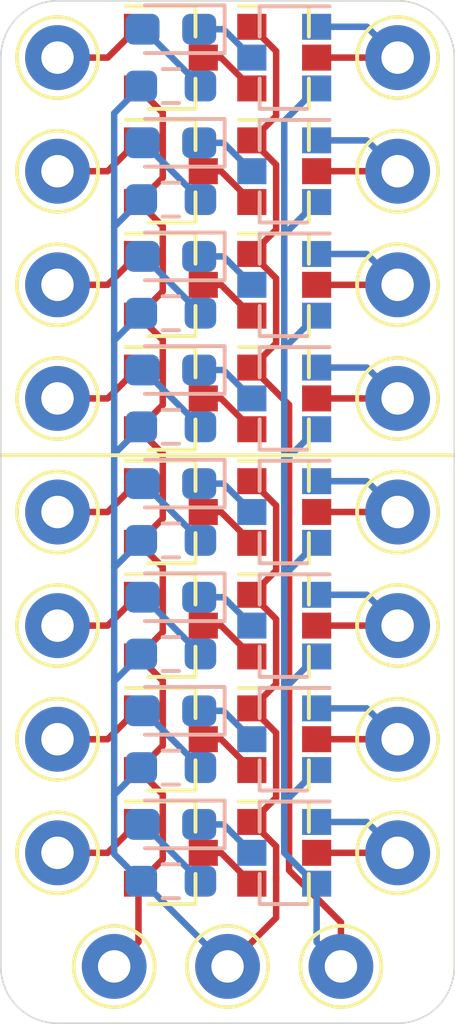
<source format=kicad_pcb>
(kicad_pcb (version 20171130) (host pcbnew "(5.1.9)-1")

  (general
    (thickness 1.6)
    (drawings 9)
    (tracks 180)
    (zones 0)
    (modules 59)
    (nets 44)
  )

  (page A4)
  (layers
    (0 F.Cu signal hide)
    (31 B.Cu signal)
    (32 B.Adhes user)
    (33 F.Adhes user hide)
    (34 B.Paste user)
    (35 F.Paste user hide)
    (36 B.SilkS user)
    (37 F.SilkS user hide)
    (38 B.Mask user)
    (39 F.Mask user hide)
    (40 Dwgs.User user)
    (41 Cmts.User user)
    (42 Eco1.User user)
    (43 Eco2.User user)
    (44 Edge.Cuts user)
    (45 Margin user)
    (46 B.CrtYd user)
    (47 F.CrtYd user hide)
    (48 B.Fab user hide)
    (49 F.Fab user hide)
  )

  (setup
    (last_trace_width 0.2)
    (trace_clearance 0.2)
    (zone_clearance 0.508)
    (zone_45_only no)
    (trace_min 0.2)
    (via_size 0.8)
    (via_drill 0.4)
    (via_min_size 0.4)
    (via_min_drill 0.3)
    (uvia_size 0.3)
    (uvia_drill 0.1)
    (uvias_allowed no)
    (uvia_min_size 0.2)
    (uvia_min_drill 0.1)
    (edge_width 0.05)
    (segment_width 0.2)
    (pcb_text_width 0.3)
    (pcb_text_size 1.5 1.5)
    (mod_edge_width 0.12)
    (mod_text_size 1 1)
    (mod_text_width 0.15)
    (pad_size 1.524 1.524)
    (pad_drill 0.762)
    (pad_to_mask_clearance 0)
    (aux_axis_origin 0 0)
    (grid_origin 0 0.875)
    (visible_elements 7FFFFFFF)
    (pcbplotparams
      (layerselection 0x010fc_ffffffff)
      (usegerberextensions true)
      (usegerberattributes true)
      (usegerberadvancedattributes true)
      (creategerberjobfile false)
      (excludeedgelayer true)
      (linewidth 0.100000)
      (plotframeref false)
      (viasonmask false)
      (mode 1)
      (useauxorigin false)
      (hpglpennumber 1)
      (hpglpenspeed 20)
      (hpglpendiameter 15.000000)
      (psnegative false)
      (psa4output false)
      (plotreference false)
      (plotvalue false)
      (plotinvisibletext false)
      (padsonsilk false)
      (subtractmaskfromsilk true)
      (outputformat 1)
      (mirror false)
      (drillshape 0)
      (scaleselection 1)
      (outputdirectory "gerbers/"))
  )

  (net 0 "")
  (net 1 "Net-(IN1-Pad1)")
  (net 2 "Net-(IN2-Pad1)")
  (net 3 "Net-(IN3-Pad1)")
  (net 4 /OE)
  (net 5 "Net-(Q1-Pad2)")
  (net 6 GND)
  (net 7 "Net-(Q3-Pad2)")
  (net 8 "Net-(IN7-Pad1)")
  (net 9 "Net-(IN8-Pad1)")
  (net 10 "Net-(IN9-Pad1)")
  (net 11 "Net-(IN10-Pad1)")
  (net 12 "Net-(Q11-Pad2)")
  (net 13 /OE2)
  (net 14 "Net-(IN0-Pad1)")
  (net 15 "Net-(Q0-Pad2)")
  (net 16 "Net-(Q2-Pad2)")
  (net 17 "Net-(Q12-Pad3)")
  (net 18 "Net-(Q13-Pad3)")
  (net 19 "Net-(Q10-Pad2)")
  (net 20 "Net-(D0-Pad2)")
  (net 21 "Net-(D0-Pad1)")
  (net 22 "Net-(D1-Pad2)")
  (net 23 "Net-(D1-Pad1)")
  (net 24 "Net-(D2-Pad2)")
  (net 25 "Net-(D2-Pad1)")
  (net 26 "Net-(D3-Pad2)")
  (net 27 "Net-(D3-Pad1)")
  (net 28 "Net-(D4-Pad2)")
  (net 29 "Net-(D4-Pad1)")
  (net 30 "Net-(D5-Pad2)")
  (net 31 "Net-(D5-Pad1)")
  (net 32 "Net-(D6-Pad2)")
  (net 33 "Net-(D6-Pad1)")
  (net 34 "Net-(D7-Pad2)")
  (net 35 "Net-(D7-Pad1)")
  (net 36 /OUT0)
  (net 37 /OUT1)
  (net 38 /OUT2)
  (net 39 /OUT3)
  (net 40 /OUT4)
  (net 41 /OUT5)
  (net 42 /OUT6)
  (net 43 /OUT7)

  (net_class Default "This is the default net class."
    (clearance 0.2)
    (trace_width 0.2)
    (via_dia 0.8)
    (via_drill 0.4)
    (uvia_dia 0.3)
    (uvia_drill 0.1)
    (add_net /OE)
    (add_net /OE2)
    (add_net /OUT0)
    (add_net /OUT1)
    (add_net /OUT2)
    (add_net /OUT3)
    (add_net /OUT4)
    (add_net /OUT5)
    (add_net /OUT6)
    (add_net /OUT7)
    (add_net GND)
    (add_net "Net-(D0-Pad1)")
    (add_net "Net-(D0-Pad2)")
    (add_net "Net-(D1-Pad1)")
    (add_net "Net-(D1-Pad2)")
    (add_net "Net-(D2-Pad1)")
    (add_net "Net-(D2-Pad2)")
    (add_net "Net-(D3-Pad1)")
    (add_net "Net-(D3-Pad2)")
    (add_net "Net-(D4-Pad1)")
    (add_net "Net-(D4-Pad2)")
    (add_net "Net-(D5-Pad1)")
    (add_net "Net-(D5-Pad2)")
    (add_net "Net-(D6-Pad1)")
    (add_net "Net-(D6-Pad2)")
    (add_net "Net-(D7-Pad1)")
    (add_net "Net-(D7-Pad2)")
    (add_net "Net-(IN0-Pad1)")
    (add_net "Net-(IN1-Pad1)")
    (add_net "Net-(IN10-Pad1)")
    (add_net "Net-(IN2-Pad1)")
    (add_net "Net-(IN3-Pad1)")
    (add_net "Net-(IN7-Pad1)")
    (add_net "Net-(IN8-Pad1)")
    (add_net "Net-(IN9-Pad1)")
    (add_net "Net-(Q0-Pad2)")
    (add_net "Net-(Q1-Pad2)")
    (add_net "Net-(Q10-Pad2)")
    (add_net "Net-(Q11-Pad2)")
    (add_net "Net-(Q12-Pad3)")
    (add_net "Net-(Q13-Pad3)")
    (add_net "Net-(Q2-Pad2)")
    (add_net "Net-(Q3-Pad2)")
  )

  (module Resistor_SMD:R_0603_1608Metric_Pad0.98x0.95mm_HandSolder (layer B.Cu) (tedit 5F68FEEE) (tstamp 63100349)
    (at 133 63.875)
    (descr "Resistor SMD 0603 (1608 Metric), square (rectangular) end terminal, IPC_7351 nominal with elongated pad for handsoldering. (Body size source: IPC-SM-782 page 72, https://www.pcb-3d.com/wordpress/wp-content/uploads/ipc-sm-782a_amendment_1_and_2.pdf), generated with kicad-footprint-generator")
    (tags "resistor handsolder")
    (path /64073744)
    (attr smd)
    (fp_text reference R7 (at 0 1.43) (layer B.Fab) hide
      (effects (font (size 1 1) (thickness 0.15)) (justify mirror))
    )
    (fp_text value R (at 0 -1.43) (layer B.Fab)
      (effects (font (size 1 1) (thickness 0.15)) (justify mirror))
    )
    (fp_text user %R (at 0 0) (layer B.Fab)
      (effects (font (size 0.4 0.4) (thickness 0.06)) (justify mirror))
    )
    (fp_line (start -0.8 -0.4125) (end -0.8 0.4125) (layer B.Fab) (width 0.1))
    (fp_line (start -0.8 0.4125) (end 0.8 0.4125) (layer B.Fab) (width 0.1))
    (fp_line (start 0.8 0.4125) (end 0.8 -0.4125) (layer B.Fab) (width 0.1))
    (fp_line (start 0.8 -0.4125) (end -0.8 -0.4125) (layer B.Fab) (width 0.1))
    (fp_line (start -0.254724 0.5225) (end 0.254724 0.5225) (layer B.SilkS) (width 0.12))
    (fp_line (start -0.254724 -0.5225) (end 0.254724 -0.5225) (layer B.SilkS) (width 0.12))
    (fp_line (start -1.65 -0.73) (end -1.65 0.73) (layer B.CrtYd) (width 0.05))
    (fp_line (start -1.65 0.73) (end 1.65 0.73) (layer B.CrtYd) (width 0.05))
    (fp_line (start 1.65 0.73) (end 1.65 -0.73) (layer B.CrtYd) (width 0.05))
    (fp_line (start 1.65 -0.73) (end -1.65 -0.73) (layer B.CrtYd) (width 0.05))
    (pad 2 smd roundrect (at 0.9125 0) (size 0.975 0.95) (layers B.Cu B.Paste B.Mask) (roundrect_rratio 0.25)
      (net 34 "Net-(D7-Pad2)"))
    (pad 1 smd roundrect (at -0.9125 0) (size 0.975 0.95) (layers B.Cu B.Paste B.Mask) (roundrect_rratio 0.25)
      (net 4 /OE))
    (model ${KISYS3DMOD}/Resistor_SMD.3dshapes/R_0603_1608Metric.wrl
      (at (xyz 0 0 0))
      (scale (xyz 1 1 1))
      (rotate (xyz 0 0 0))
    )
  )

  (module Resistor_SMD:R_0603_1608Metric_Pad0.98x0.95mm_HandSolder (layer B.Cu) (tedit 5F68FEEE) (tstamp 63100338)
    (at 133 67.375)
    (descr "Resistor SMD 0603 (1608 Metric), square (rectangular) end terminal, IPC_7351 nominal with elongated pad for handsoldering. (Body size source: IPC-SM-782 page 72, https://www.pcb-3d.com/wordpress/wp-content/uploads/ipc-sm-782a_amendment_1_and_2.pdf), generated with kicad-footprint-generator")
    (tags "resistor handsolder")
    (path /6407373A)
    (attr smd)
    (fp_text reference R6 (at 0 1.43) (layer B.Fab) hide
      (effects (font (size 1 1) (thickness 0.15)) (justify mirror))
    )
    (fp_text value R (at 0 -1.43) (layer B.Fab)
      (effects (font (size 1 1) (thickness 0.15)) (justify mirror))
    )
    (fp_text user %R (at 0 0) (layer B.Fab)
      (effects (font (size 0.4 0.4) (thickness 0.06)) (justify mirror))
    )
    (fp_line (start -0.8 -0.4125) (end -0.8 0.4125) (layer B.Fab) (width 0.1))
    (fp_line (start -0.8 0.4125) (end 0.8 0.4125) (layer B.Fab) (width 0.1))
    (fp_line (start 0.8 0.4125) (end 0.8 -0.4125) (layer B.Fab) (width 0.1))
    (fp_line (start 0.8 -0.4125) (end -0.8 -0.4125) (layer B.Fab) (width 0.1))
    (fp_line (start -0.254724 0.5225) (end 0.254724 0.5225) (layer B.SilkS) (width 0.12))
    (fp_line (start -0.254724 -0.5225) (end 0.254724 -0.5225) (layer B.SilkS) (width 0.12))
    (fp_line (start -1.65 -0.73) (end -1.65 0.73) (layer B.CrtYd) (width 0.05))
    (fp_line (start -1.65 0.73) (end 1.65 0.73) (layer B.CrtYd) (width 0.05))
    (fp_line (start 1.65 0.73) (end 1.65 -0.73) (layer B.CrtYd) (width 0.05))
    (fp_line (start 1.65 -0.73) (end -1.65 -0.73) (layer B.CrtYd) (width 0.05))
    (pad 2 smd roundrect (at 0.9125 0) (size 0.975 0.95) (layers B.Cu B.Paste B.Mask) (roundrect_rratio 0.25)
      (net 32 "Net-(D6-Pad2)"))
    (pad 1 smd roundrect (at -0.9125 0) (size 0.975 0.95) (layers B.Cu B.Paste B.Mask) (roundrect_rratio 0.25)
      (net 4 /OE))
    (model ${KISYS3DMOD}/Resistor_SMD.3dshapes/R_0603_1608Metric.wrl
      (at (xyz 0 0 0))
      (scale (xyz 1 1 1))
      (rotate (xyz 0 0 0))
    )
  )

  (module Resistor_SMD:R_0603_1608Metric_Pad0.98x0.95mm_HandSolder (layer B.Cu) (tedit 5F68FEEE) (tstamp 63100327)
    (at 133 70.875)
    (descr "Resistor SMD 0603 (1608 Metric), square (rectangular) end terminal, IPC_7351 nominal with elongated pad for handsoldering. (Body size source: IPC-SM-782 page 72, https://www.pcb-3d.com/wordpress/wp-content/uploads/ipc-sm-782a_amendment_1_and_2.pdf), generated with kicad-footprint-generator")
    (tags "resistor handsolder")
    (path /64073730)
    (attr smd)
    (fp_text reference R5 (at 0 1.43) (layer B.Fab) hide
      (effects (font (size 1 1) (thickness 0.15)) (justify mirror))
    )
    (fp_text value R (at 0 -1.43) (layer B.Fab)
      (effects (font (size 1 1) (thickness 0.15)) (justify mirror))
    )
    (fp_text user %R (at 0 0) (layer B.Fab)
      (effects (font (size 0.4 0.4) (thickness 0.06)) (justify mirror))
    )
    (fp_line (start -0.8 -0.4125) (end -0.8 0.4125) (layer B.Fab) (width 0.1))
    (fp_line (start -0.8 0.4125) (end 0.8 0.4125) (layer B.Fab) (width 0.1))
    (fp_line (start 0.8 0.4125) (end 0.8 -0.4125) (layer B.Fab) (width 0.1))
    (fp_line (start 0.8 -0.4125) (end -0.8 -0.4125) (layer B.Fab) (width 0.1))
    (fp_line (start -0.254724 0.5225) (end 0.254724 0.5225) (layer B.SilkS) (width 0.12))
    (fp_line (start -0.254724 -0.5225) (end 0.254724 -0.5225) (layer B.SilkS) (width 0.12))
    (fp_line (start -1.65 -0.73) (end -1.65 0.73) (layer B.CrtYd) (width 0.05))
    (fp_line (start -1.65 0.73) (end 1.65 0.73) (layer B.CrtYd) (width 0.05))
    (fp_line (start 1.65 0.73) (end 1.65 -0.73) (layer B.CrtYd) (width 0.05))
    (fp_line (start 1.65 -0.73) (end -1.65 -0.73) (layer B.CrtYd) (width 0.05))
    (pad 2 smd roundrect (at 0.9125 0) (size 0.975 0.95) (layers B.Cu B.Paste B.Mask) (roundrect_rratio 0.25)
      (net 30 "Net-(D5-Pad2)"))
    (pad 1 smd roundrect (at -0.9125 0) (size 0.975 0.95) (layers B.Cu B.Paste B.Mask) (roundrect_rratio 0.25)
      (net 4 /OE))
    (model ${KISYS3DMOD}/Resistor_SMD.3dshapes/R_0603_1608Metric.wrl
      (at (xyz 0 0 0))
      (scale (xyz 1 1 1))
      (rotate (xyz 0 0 0))
    )
  )

  (module Resistor_SMD:R_0603_1608Metric_Pad0.98x0.95mm_HandSolder (layer B.Cu) (tedit 5F68FEEE) (tstamp 63100316)
    (at 133 74.375)
    (descr "Resistor SMD 0603 (1608 Metric), square (rectangular) end terminal, IPC_7351 nominal with elongated pad for handsoldering. (Body size source: IPC-SM-782 page 72, https://www.pcb-3d.com/wordpress/wp-content/uploads/ipc-sm-782a_amendment_1_and_2.pdf), generated with kicad-footprint-generator")
    (tags "resistor handsolder")
    (path /64073726)
    (attr smd)
    (fp_text reference R4 (at 0 1.43) (layer B.Fab) hide
      (effects (font (size 1 1) (thickness 0.15)) (justify mirror))
    )
    (fp_text value R (at 0 -1.43) (layer B.Fab)
      (effects (font (size 1 1) (thickness 0.15)) (justify mirror))
    )
    (fp_text user %R (at 0 0) (layer B.Fab)
      (effects (font (size 0.4 0.4) (thickness 0.06)) (justify mirror))
    )
    (fp_line (start -0.8 -0.4125) (end -0.8 0.4125) (layer B.Fab) (width 0.1))
    (fp_line (start -0.8 0.4125) (end 0.8 0.4125) (layer B.Fab) (width 0.1))
    (fp_line (start 0.8 0.4125) (end 0.8 -0.4125) (layer B.Fab) (width 0.1))
    (fp_line (start 0.8 -0.4125) (end -0.8 -0.4125) (layer B.Fab) (width 0.1))
    (fp_line (start -0.254724 0.5225) (end 0.254724 0.5225) (layer B.SilkS) (width 0.12))
    (fp_line (start -0.254724 -0.5225) (end 0.254724 -0.5225) (layer B.SilkS) (width 0.12))
    (fp_line (start -1.65 -0.73) (end -1.65 0.73) (layer B.CrtYd) (width 0.05))
    (fp_line (start -1.65 0.73) (end 1.65 0.73) (layer B.CrtYd) (width 0.05))
    (fp_line (start 1.65 0.73) (end 1.65 -0.73) (layer B.CrtYd) (width 0.05))
    (fp_line (start 1.65 -0.73) (end -1.65 -0.73) (layer B.CrtYd) (width 0.05))
    (pad 2 smd roundrect (at 0.9125 0) (size 0.975 0.95) (layers B.Cu B.Paste B.Mask) (roundrect_rratio 0.25)
      (net 28 "Net-(D4-Pad2)"))
    (pad 1 smd roundrect (at -0.9125 0) (size 0.975 0.95) (layers B.Cu B.Paste B.Mask) (roundrect_rratio 0.25)
      (net 4 /OE))
    (model ${KISYS3DMOD}/Resistor_SMD.3dshapes/R_0603_1608Metric.wrl
      (at (xyz 0 0 0))
      (scale (xyz 1 1 1))
      (rotate (xyz 0 0 0))
    )
  )

  (module Resistor_SMD:R_0603_1608Metric_Pad0.98x0.95mm_HandSolder (layer B.Cu) (tedit 5F68FEEE) (tstamp 63100305)
    (at 133 77.875)
    (descr "Resistor SMD 0603 (1608 Metric), square (rectangular) end terminal, IPC_7351 nominal with elongated pad for handsoldering. (Body size source: IPC-SM-782 page 72, https://www.pcb-3d.com/wordpress/wp-content/uploads/ipc-sm-782a_amendment_1_and_2.pdf), generated with kicad-footprint-generator")
    (tags "resistor handsolder")
    (path /64072A5E)
    (attr smd)
    (fp_text reference R3 (at 0 1.43) (layer B.Fab) hide
      (effects (font (size 1 1) (thickness 0.15)) (justify mirror))
    )
    (fp_text value R (at 0 -1.43) (layer B.Fab)
      (effects (font (size 1 1) (thickness 0.15)) (justify mirror))
    )
    (fp_text user %R (at 0 0) (layer B.Fab)
      (effects (font (size 0.4 0.4) (thickness 0.06)) (justify mirror))
    )
    (fp_line (start -0.8 -0.4125) (end -0.8 0.4125) (layer B.Fab) (width 0.1))
    (fp_line (start -0.8 0.4125) (end 0.8 0.4125) (layer B.Fab) (width 0.1))
    (fp_line (start 0.8 0.4125) (end 0.8 -0.4125) (layer B.Fab) (width 0.1))
    (fp_line (start 0.8 -0.4125) (end -0.8 -0.4125) (layer B.Fab) (width 0.1))
    (fp_line (start -0.254724 0.5225) (end 0.254724 0.5225) (layer B.SilkS) (width 0.12))
    (fp_line (start -0.254724 -0.5225) (end 0.254724 -0.5225) (layer B.SilkS) (width 0.12))
    (fp_line (start -1.65 -0.73) (end -1.65 0.73) (layer B.CrtYd) (width 0.05))
    (fp_line (start -1.65 0.73) (end 1.65 0.73) (layer B.CrtYd) (width 0.05))
    (fp_line (start 1.65 0.73) (end 1.65 -0.73) (layer B.CrtYd) (width 0.05))
    (fp_line (start 1.65 -0.73) (end -1.65 -0.73) (layer B.CrtYd) (width 0.05))
    (pad 2 smd roundrect (at 0.9125 0) (size 0.975 0.95) (layers B.Cu B.Paste B.Mask) (roundrect_rratio 0.25)
      (net 26 "Net-(D3-Pad2)"))
    (pad 1 smd roundrect (at -0.9125 0) (size 0.975 0.95) (layers B.Cu B.Paste B.Mask) (roundrect_rratio 0.25)
      (net 4 /OE))
    (model ${KISYS3DMOD}/Resistor_SMD.3dshapes/R_0603_1608Metric.wrl
      (at (xyz 0 0 0))
      (scale (xyz 1 1 1))
      (rotate (xyz 0 0 0))
    )
  )

  (module Resistor_SMD:R_0603_1608Metric_Pad0.98x0.95mm_HandSolder (layer B.Cu) (tedit 5F68FEEE) (tstamp 631002F4)
    (at 133 81.375)
    (descr "Resistor SMD 0603 (1608 Metric), square (rectangular) end terminal, IPC_7351 nominal with elongated pad for handsoldering. (Body size source: IPC-SM-782 page 72, https://www.pcb-3d.com/wordpress/wp-content/uploads/ipc-sm-782a_amendment_1_and_2.pdf), generated with kicad-footprint-generator")
    (tags "resistor handsolder")
    (path /64072A54)
    (attr smd)
    (fp_text reference R2 (at 0 1.43) (layer B.Fab) hide
      (effects (font (size 1 1) (thickness 0.15)) (justify mirror))
    )
    (fp_text value R (at 0 -1.43) (layer B.Fab)
      (effects (font (size 1 1) (thickness 0.15)) (justify mirror))
    )
    (fp_text user %R (at 0 0) (layer B.Fab)
      (effects (font (size 0.4 0.4) (thickness 0.06)) (justify mirror))
    )
    (fp_line (start -0.8 -0.4125) (end -0.8 0.4125) (layer B.Fab) (width 0.1))
    (fp_line (start -0.8 0.4125) (end 0.8 0.4125) (layer B.Fab) (width 0.1))
    (fp_line (start 0.8 0.4125) (end 0.8 -0.4125) (layer B.Fab) (width 0.1))
    (fp_line (start 0.8 -0.4125) (end -0.8 -0.4125) (layer B.Fab) (width 0.1))
    (fp_line (start -0.254724 0.5225) (end 0.254724 0.5225) (layer B.SilkS) (width 0.12))
    (fp_line (start -0.254724 -0.5225) (end 0.254724 -0.5225) (layer B.SilkS) (width 0.12))
    (fp_line (start -1.65 -0.73) (end -1.65 0.73) (layer B.CrtYd) (width 0.05))
    (fp_line (start -1.65 0.73) (end 1.65 0.73) (layer B.CrtYd) (width 0.05))
    (fp_line (start 1.65 0.73) (end 1.65 -0.73) (layer B.CrtYd) (width 0.05))
    (fp_line (start 1.65 -0.73) (end -1.65 -0.73) (layer B.CrtYd) (width 0.05))
    (pad 2 smd roundrect (at 0.9125 0) (size 0.975 0.95) (layers B.Cu B.Paste B.Mask) (roundrect_rratio 0.25)
      (net 24 "Net-(D2-Pad2)"))
    (pad 1 smd roundrect (at -0.9125 0) (size 0.975 0.95) (layers B.Cu B.Paste B.Mask) (roundrect_rratio 0.25)
      (net 4 /OE))
    (model ${KISYS3DMOD}/Resistor_SMD.3dshapes/R_0603_1608Metric.wrl
      (at (xyz 0 0 0))
      (scale (xyz 1 1 1))
      (rotate (xyz 0 0 0))
    )
  )

  (module Resistor_SMD:R_0603_1608Metric_Pad0.98x0.95mm_HandSolder (layer B.Cu) (tedit 5F68FEEE) (tstamp 631002E3)
    (at 133 84.875)
    (descr "Resistor SMD 0603 (1608 Metric), square (rectangular) end terminal, IPC_7351 nominal with elongated pad for handsoldering. (Body size source: IPC-SM-782 page 72, https://www.pcb-3d.com/wordpress/wp-content/uploads/ipc-sm-782a_amendment_1_and_2.pdf), generated with kicad-footprint-generator")
    (tags "resistor handsolder")
    (path /6407258E)
    (attr smd)
    (fp_text reference R1 (at 0 1.43) (layer B.Fab) hide
      (effects (font (size 1 1) (thickness 0.15)) (justify mirror))
    )
    (fp_text value R (at 0 -1.43) (layer B.Fab)
      (effects (font (size 1 1) (thickness 0.15)) (justify mirror))
    )
    (fp_text user %R (at 0 0) (layer B.Fab)
      (effects (font (size 0.4 0.4) (thickness 0.06)) (justify mirror))
    )
    (fp_line (start -0.8 -0.4125) (end -0.8 0.4125) (layer B.Fab) (width 0.1))
    (fp_line (start -0.8 0.4125) (end 0.8 0.4125) (layer B.Fab) (width 0.1))
    (fp_line (start 0.8 0.4125) (end 0.8 -0.4125) (layer B.Fab) (width 0.1))
    (fp_line (start 0.8 -0.4125) (end -0.8 -0.4125) (layer B.Fab) (width 0.1))
    (fp_line (start -0.254724 0.5225) (end 0.254724 0.5225) (layer B.SilkS) (width 0.12))
    (fp_line (start -0.254724 -0.5225) (end 0.254724 -0.5225) (layer B.SilkS) (width 0.12))
    (fp_line (start -1.65 -0.73) (end -1.65 0.73) (layer B.CrtYd) (width 0.05))
    (fp_line (start -1.65 0.73) (end 1.65 0.73) (layer B.CrtYd) (width 0.05))
    (fp_line (start 1.65 0.73) (end 1.65 -0.73) (layer B.CrtYd) (width 0.05))
    (fp_line (start 1.65 -0.73) (end -1.65 -0.73) (layer B.CrtYd) (width 0.05))
    (pad 2 smd roundrect (at 0.9125 0) (size 0.975 0.95) (layers B.Cu B.Paste B.Mask) (roundrect_rratio 0.25)
      (net 22 "Net-(D1-Pad2)"))
    (pad 1 smd roundrect (at -0.9125 0) (size 0.975 0.95) (layers B.Cu B.Paste B.Mask) (roundrect_rratio 0.25)
      (net 4 /OE))
    (model ${KISYS3DMOD}/Resistor_SMD.3dshapes/R_0603_1608Metric.wrl
      (at (xyz 0 0 0))
      (scale (xyz 1 1 1))
      (rotate (xyz 0 0 0))
    )
  )

  (module Resistor_SMD:R_0603_1608Metric_Pad0.98x0.95mm_HandSolder (layer B.Cu) (tedit 5F68FEEE) (tstamp 631002D2)
    (at 133 88.375)
    (descr "Resistor SMD 0603 (1608 Metric), square (rectangular) end terminal, IPC_7351 nominal with elongated pad for handsoldering. (Body size source: IPC-SM-782 page 72, https://www.pcb-3d.com/wordpress/wp-content/uploads/ipc-sm-782a_amendment_1_and_2.pdf), generated with kicad-footprint-generator")
    (tags "resistor handsolder")
    (path /64070768)
    (attr smd)
    (fp_text reference R0 (at 0 1.43) (layer B.Fab) hide
      (effects (font (size 1 1) (thickness 0.15)) (justify mirror))
    )
    (fp_text value R (at 0 -1.43) (layer B.Fab)
      (effects (font (size 1 1) (thickness 0.15)) (justify mirror))
    )
    (fp_text user %R (at 0 0) (layer B.Fab)
      (effects (font (size 0.4 0.4) (thickness 0.06)) (justify mirror))
    )
    (fp_line (start -0.8 -0.4125) (end -0.8 0.4125) (layer B.Fab) (width 0.1))
    (fp_line (start -0.8 0.4125) (end 0.8 0.4125) (layer B.Fab) (width 0.1))
    (fp_line (start 0.8 0.4125) (end 0.8 -0.4125) (layer B.Fab) (width 0.1))
    (fp_line (start 0.8 -0.4125) (end -0.8 -0.4125) (layer B.Fab) (width 0.1))
    (fp_line (start -0.254724 0.5225) (end 0.254724 0.5225) (layer B.SilkS) (width 0.12))
    (fp_line (start -0.254724 -0.5225) (end 0.254724 -0.5225) (layer B.SilkS) (width 0.12))
    (fp_line (start -1.65 -0.73) (end -1.65 0.73) (layer B.CrtYd) (width 0.05))
    (fp_line (start -1.65 0.73) (end 1.65 0.73) (layer B.CrtYd) (width 0.05))
    (fp_line (start 1.65 0.73) (end 1.65 -0.73) (layer B.CrtYd) (width 0.05))
    (fp_line (start 1.65 -0.73) (end -1.65 -0.73) (layer B.CrtYd) (width 0.05))
    (pad 2 smd roundrect (at 0.9125 0) (size 0.975 0.95) (layers B.Cu B.Paste B.Mask) (roundrect_rratio 0.25)
      (net 20 "Net-(D0-Pad2)"))
    (pad 1 smd roundrect (at -0.9125 0) (size 0.975 0.95) (layers B.Cu B.Paste B.Mask) (roundrect_rratio 0.25)
      (net 4 /OE))
    (model ${KISYS3DMOD}/Resistor_SMD.3dshapes/R_0603_1608Metric.wrl
      (at (xyz 0 0 0))
      (scale (xyz 1 1 1))
      (rotate (xyz 0 0 0))
    )
  )

  (module Connector_Pin:Pin_D1.0mm_L10.0mm (layer F.Cu) (tedit 5A1DC084) (tstamp 630772C0)
    (at 140 80.5)
    (descr "solder Pin_ diameter 1.0mm, hole diameter 1.0mm (press fit), length 10.0mm")
    (tags "solder Pin_ press fit")
    (path /636DCE7D)
    (fp_text reference OUT2 (at 0 2.25) (layer F.Fab) hide
      (effects (font (size 1 1) (thickness 0.15)))
    )
    (fp_text value " " (at 0 -2.05) (layer F.Fab) hide
      (effects (font (size 1 1) (thickness 0.15)))
    )
    (fp_circle (center 0 0) (end 1.25 0.05) (layer F.SilkS) (width 0.12))
    (fp_circle (center 0 0) (end 1 0) (layer F.Fab) (width 0.12))
    (fp_circle (center 0 0) (end 0.5 0) (layer F.Fab) (width 0.12))
    (fp_circle (center 0 0) (end 1.5 0) (layer F.CrtYd) (width 0.05))
    (fp_text user %R (at 0 2.25) (layer F.Fab) hide
      (effects (font (size 1 1) (thickness 0.15)))
    )
    (pad 1 thru_hole circle (at 0 0) (size 2 2) (drill 1) (layers *.Cu *.Mask)
      (net 38 /OUT2))
    (model ${KISYS3DMOD}/Connector_Pin.3dshapes/Pin_D1.0mm_L10.0mm.wrl
      (at (xyz 0 0 0))
      (scale (xyz 1 1 1))
      (rotate (xyz 0 0 0))
    )
  )

  (module Package_TO_SOT_SMD:SOT-23 (layer B.Cu) (tedit 5A02FF57) (tstamp 630FC82E)
    (at 136.5 63 180)
    (descr "SOT-23, Standard")
    (tags SOT-23)
    (path /63FA948E)
    (attr smd)
    (fp_text reference Q23 (at 0 2.5) (layer B.Fab) hide
      (effects (font (size 1 1) (thickness 0.15)) (justify mirror))
    )
    (fp_text value 2N7002 (at 0 -2.5) (layer B.Fab)
      (effects (font (size 1 1) (thickness 0.15)) (justify mirror))
    )
    (fp_text user %R (at 0 0 270) (layer B.Fab)
      (effects (font (size 0.5 0.5) (thickness 0.075)) (justify mirror))
    )
    (fp_line (start -0.7 0.95) (end -0.7 -1.5) (layer B.Fab) (width 0.1))
    (fp_line (start -0.15 1.52) (end 0.7 1.52) (layer B.Fab) (width 0.1))
    (fp_line (start -0.7 0.95) (end -0.15 1.52) (layer B.Fab) (width 0.1))
    (fp_line (start 0.7 1.52) (end 0.7 -1.52) (layer B.Fab) (width 0.1))
    (fp_line (start -0.7 -1.52) (end 0.7 -1.52) (layer B.Fab) (width 0.1))
    (fp_line (start 0.76 -1.58) (end 0.76 -0.65) (layer B.SilkS) (width 0.12))
    (fp_line (start 0.76 1.58) (end 0.76 0.65) (layer B.SilkS) (width 0.12))
    (fp_line (start -1.7 1.75) (end 1.7 1.75) (layer B.CrtYd) (width 0.05))
    (fp_line (start 1.7 1.75) (end 1.7 -1.75) (layer B.CrtYd) (width 0.05))
    (fp_line (start 1.7 -1.75) (end -1.7 -1.75) (layer B.CrtYd) (width 0.05))
    (fp_line (start -1.7 -1.75) (end -1.7 1.75) (layer B.CrtYd) (width 0.05))
    (fp_line (start 0.76 1.58) (end -1.4 1.58) (layer B.SilkS) (width 0.12))
    (fp_line (start 0.76 -1.58) (end -0.7 -1.58) (layer B.SilkS) (width 0.12))
    (pad 3 smd rect (at 1 0 180) (size 0.9 0.8) (layers B.Cu B.Paste B.Mask)
      (net 35 "Net-(D7-Pad1)"))
    (pad 2 smd rect (at -1 -0.95 180) (size 0.9 0.8) (layers B.Cu B.Paste B.Mask)
      (net 13 /OE2))
    (pad 1 smd rect (at -1 0.95 180) (size 0.9 0.8) (layers B.Cu B.Paste B.Mask)
      (net 43 /OUT7))
    (model ${KISYS3DMOD}/Package_TO_SOT_SMD.3dshapes/SOT-23.wrl
      (at (xyz 0 0 0))
      (scale (xyz 1 1 1))
      (rotate (xyz 0 0 0))
    )
  )

  (module Package_TO_SOT_SMD:SOT-23 (layer B.Cu) (tedit 5A02FF57) (tstamp 630FC819)
    (at 136.5 66.5 180)
    (descr "SOT-23, Standard")
    (tags SOT-23)
    (path /63FA9465)
    (attr smd)
    (fp_text reference Q22 (at 0 2.5) (layer B.Fab) hide
      (effects (font (size 1 1) (thickness 0.15)) (justify mirror))
    )
    (fp_text value 2N7002 (at 0 -2.5) (layer B.Fab)
      (effects (font (size 1 1) (thickness 0.15)) (justify mirror))
    )
    (fp_text user %R (at 0 0 270) (layer B.Fab)
      (effects (font (size 0.5 0.5) (thickness 0.075)) (justify mirror))
    )
    (fp_line (start -0.7 0.95) (end -0.7 -1.5) (layer B.Fab) (width 0.1))
    (fp_line (start -0.15 1.52) (end 0.7 1.52) (layer B.Fab) (width 0.1))
    (fp_line (start -0.7 0.95) (end -0.15 1.52) (layer B.Fab) (width 0.1))
    (fp_line (start 0.7 1.52) (end 0.7 -1.52) (layer B.Fab) (width 0.1))
    (fp_line (start -0.7 -1.52) (end 0.7 -1.52) (layer B.Fab) (width 0.1))
    (fp_line (start 0.76 -1.58) (end 0.76 -0.65) (layer B.SilkS) (width 0.12))
    (fp_line (start 0.76 1.58) (end 0.76 0.65) (layer B.SilkS) (width 0.12))
    (fp_line (start -1.7 1.75) (end 1.7 1.75) (layer B.CrtYd) (width 0.05))
    (fp_line (start 1.7 1.75) (end 1.7 -1.75) (layer B.CrtYd) (width 0.05))
    (fp_line (start 1.7 -1.75) (end -1.7 -1.75) (layer B.CrtYd) (width 0.05))
    (fp_line (start -1.7 -1.75) (end -1.7 1.75) (layer B.CrtYd) (width 0.05))
    (fp_line (start 0.76 1.58) (end -1.4 1.58) (layer B.SilkS) (width 0.12))
    (fp_line (start 0.76 -1.58) (end -0.7 -1.58) (layer B.SilkS) (width 0.12))
    (pad 3 smd rect (at 1 0 180) (size 0.9 0.8) (layers B.Cu B.Paste B.Mask)
      (net 33 "Net-(D6-Pad1)"))
    (pad 2 smd rect (at -1 -0.95 180) (size 0.9 0.8) (layers B.Cu B.Paste B.Mask)
      (net 13 /OE2))
    (pad 1 smd rect (at -1 0.95 180) (size 0.9 0.8) (layers B.Cu B.Paste B.Mask)
      (net 42 /OUT6))
    (model ${KISYS3DMOD}/Package_TO_SOT_SMD.3dshapes/SOT-23.wrl
      (at (xyz 0 0 0))
      (scale (xyz 1 1 1))
      (rotate (xyz 0 0 0))
    )
  )

  (module Package_TO_SOT_SMD:SOT-23 (layer B.Cu) (tedit 5A02FF57) (tstamp 630FC804)
    (at 136.5 70 180)
    (descr "SOT-23, Standard")
    (tags SOT-23)
    (path /63FA943C)
    (attr smd)
    (fp_text reference Q21 (at 0 2.5) (layer B.Fab) hide
      (effects (font (size 1 1) (thickness 0.15)) (justify mirror))
    )
    (fp_text value 2N7002 (at 0 -2.5) (layer B.Fab)
      (effects (font (size 1 1) (thickness 0.15)) (justify mirror))
    )
    (fp_text user %R (at 0 0 270) (layer B.Fab)
      (effects (font (size 0.5 0.5) (thickness 0.075)) (justify mirror))
    )
    (fp_line (start -0.7 0.95) (end -0.7 -1.5) (layer B.Fab) (width 0.1))
    (fp_line (start -0.15 1.52) (end 0.7 1.52) (layer B.Fab) (width 0.1))
    (fp_line (start -0.7 0.95) (end -0.15 1.52) (layer B.Fab) (width 0.1))
    (fp_line (start 0.7 1.52) (end 0.7 -1.52) (layer B.Fab) (width 0.1))
    (fp_line (start -0.7 -1.52) (end 0.7 -1.52) (layer B.Fab) (width 0.1))
    (fp_line (start 0.76 -1.58) (end 0.76 -0.65) (layer B.SilkS) (width 0.12))
    (fp_line (start 0.76 1.58) (end 0.76 0.65) (layer B.SilkS) (width 0.12))
    (fp_line (start -1.7 1.75) (end 1.7 1.75) (layer B.CrtYd) (width 0.05))
    (fp_line (start 1.7 1.75) (end 1.7 -1.75) (layer B.CrtYd) (width 0.05))
    (fp_line (start 1.7 -1.75) (end -1.7 -1.75) (layer B.CrtYd) (width 0.05))
    (fp_line (start -1.7 -1.75) (end -1.7 1.75) (layer B.CrtYd) (width 0.05))
    (fp_line (start 0.76 1.58) (end -1.4 1.58) (layer B.SilkS) (width 0.12))
    (fp_line (start 0.76 -1.58) (end -0.7 -1.58) (layer B.SilkS) (width 0.12))
    (pad 3 smd rect (at 1 0 180) (size 0.9 0.8) (layers B.Cu B.Paste B.Mask)
      (net 31 "Net-(D5-Pad1)"))
    (pad 2 smd rect (at -1 -0.95 180) (size 0.9 0.8) (layers B.Cu B.Paste B.Mask)
      (net 13 /OE2))
    (pad 1 smd rect (at -1 0.95 180) (size 0.9 0.8) (layers B.Cu B.Paste B.Mask)
      (net 41 /OUT5))
    (model ${KISYS3DMOD}/Package_TO_SOT_SMD.3dshapes/SOT-23.wrl
      (at (xyz 0 0 0))
      (scale (xyz 1 1 1))
      (rotate (xyz 0 0 0))
    )
  )

  (module Package_TO_SOT_SMD:SOT-23 (layer B.Cu) (tedit 5A02FF57) (tstamp 630FC7EF)
    (at 136.5 73.5 180)
    (descr "SOT-23, Standard")
    (tags SOT-23)
    (path /63FA9413)
    (attr smd)
    (fp_text reference Q20 (at 0 2.5) (layer B.Fab) hide
      (effects (font (size 1 1) (thickness 0.15)) (justify mirror))
    )
    (fp_text value 2N7002 (at 0 -2.5) (layer B.Fab)
      (effects (font (size 1 1) (thickness 0.15)) (justify mirror))
    )
    (fp_text user %R (at 0 0 270) (layer B.Fab)
      (effects (font (size 0.5 0.5) (thickness 0.075)) (justify mirror))
    )
    (fp_line (start -0.7 0.95) (end -0.7 -1.5) (layer B.Fab) (width 0.1))
    (fp_line (start -0.15 1.52) (end 0.7 1.52) (layer B.Fab) (width 0.1))
    (fp_line (start -0.7 0.95) (end -0.15 1.52) (layer B.Fab) (width 0.1))
    (fp_line (start 0.7 1.52) (end 0.7 -1.52) (layer B.Fab) (width 0.1))
    (fp_line (start -0.7 -1.52) (end 0.7 -1.52) (layer B.Fab) (width 0.1))
    (fp_line (start 0.76 -1.58) (end 0.76 -0.65) (layer B.SilkS) (width 0.12))
    (fp_line (start 0.76 1.58) (end 0.76 0.65) (layer B.SilkS) (width 0.12))
    (fp_line (start -1.7 1.75) (end 1.7 1.75) (layer B.CrtYd) (width 0.05))
    (fp_line (start 1.7 1.75) (end 1.7 -1.75) (layer B.CrtYd) (width 0.05))
    (fp_line (start 1.7 -1.75) (end -1.7 -1.75) (layer B.CrtYd) (width 0.05))
    (fp_line (start -1.7 -1.75) (end -1.7 1.75) (layer B.CrtYd) (width 0.05))
    (fp_line (start 0.76 1.58) (end -1.4 1.58) (layer B.SilkS) (width 0.12))
    (fp_line (start 0.76 -1.58) (end -0.7 -1.58) (layer B.SilkS) (width 0.12))
    (pad 3 smd rect (at 1 0 180) (size 0.9 0.8) (layers B.Cu B.Paste B.Mask)
      (net 29 "Net-(D4-Pad1)"))
    (pad 2 smd rect (at -1 -0.95 180) (size 0.9 0.8) (layers B.Cu B.Paste B.Mask)
      (net 13 /OE2))
    (pad 1 smd rect (at -1 0.95 180) (size 0.9 0.8) (layers B.Cu B.Paste B.Mask)
      (net 40 /OUT4))
    (model ${KISYS3DMOD}/Package_TO_SOT_SMD.3dshapes/SOT-23.wrl
      (at (xyz 0 0 0))
      (scale (xyz 1 1 1))
      (rotate (xyz 0 0 0))
    )
  )

  (module Package_TO_SOT_SMD:SOT-23 (layer B.Cu) (tedit 5A02FF57) (tstamp 630FC7DA)
    (at 136.5 77 180)
    (descr "SOT-23, Standard")
    (tags SOT-23)
    (path /63FA4B1E)
    (attr smd)
    (fp_text reference Q19 (at 0 2.5) (layer B.Fab) hide
      (effects (font (size 1 1) (thickness 0.15)) (justify mirror))
    )
    (fp_text value 2N7002 (at 0 -2.5) (layer B.Fab)
      (effects (font (size 1 1) (thickness 0.15)) (justify mirror))
    )
    (fp_text user %R (at 0 0 270) (layer B.Fab)
      (effects (font (size 0.5 0.5) (thickness 0.075)) (justify mirror))
    )
    (fp_line (start -0.7 0.95) (end -0.7 -1.5) (layer B.Fab) (width 0.1))
    (fp_line (start -0.15 1.52) (end 0.7 1.52) (layer B.Fab) (width 0.1))
    (fp_line (start -0.7 0.95) (end -0.15 1.52) (layer B.Fab) (width 0.1))
    (fp_line (start 0.7 1.52) (end 0.7 -1.52) (layer B.Fab) (width 0.1))
    (fp_line (start -0.7 -1.52) (end 0.7 -1.52) (layer B.Fab) (width 0.1))
    (fp_line (start 0.76 -1.58) (end 0.76 -0.65) (layer B.SilkS) (width 0.12))
    (fp_line (start 0.76 1.58) (end 0.76 0.65) (layer B.SilkS) (width 0.12))
    (fp_line (start -1.7 1.75) (end 1.7 1.75) (layer B.CrtYd) (width 0.05))
    (fp_line (start 1.7 1.75) (end 1.7 -1.75) (layer B.CrtYd) (width 0.05))
    (fp_line (start 1.7 -1.75) (end -1.7 -1.75) (layer B.CrtYd) (width 0.05))
    (fp_line (start -1.7 -1.75) (end -1.7 1.75) (layer B.CrtYd) (width 0.05))
    (fp_line (start 0.76 1.58) (end -1.4 1.58) (layer B.SilkS) (width 0.12))
    (fp_line (start 0.76 -1.58) (end -0.7 -1.58) (layer B.SilkS) (width 0.12))
    (pad 3 smd rect (at 1 0 180) (size 0.9 0.8) (layers B.Cu B.Paste B.Mask)
      (net 27 "Net-(D3-Pad1)"))
    (pad 2 smd rect (at -1 -0.95 180) (size 0.9 0.8) (layers B.Cu B.Paste B.Mask)
      (net 13 /OE2))
    (pad 1 smd rect (at -1 0.95 180) (size 0.9 0.8) (layers B.Cu B.Paste B.Mask)
      (net 39 /OUT3))
    (model ${KISYS3DMOD}/Package_TO_SOT_SMD.3dshapes/SOT-23.wrl
      (at (xyz 0 0 0))
      (scale (xyz 1 1 1))
      (rotate (xyz 0 0 0))
    )
  )

  (module Package_TO_SOT_SMD:SOT-23 (layer B.Cu) (tedit 5A02FF57) (tstamp 630FC7C5)
    (at 136.5 80.5 180)
    (descr "SOT-23, Standard")
    (tags SOT-23)
    (path /63FA4AF5)
    (attr smd)
    (fp_text reference Q18 (at 0 2.5) (layer B.Fab) hide
      (effects (font (size 1 1) (thickness 0.15)) (justify mirror))
    )
    (fp_text value 2N7002 (at 0 -2.5) (layer B.Fab)
      (effects (font (size 1 1) (thickness 0.15)) (justify mirror))
    )
    (fp_text user %R (at 0 0 270) (layer B.Fab)
      (effects (font (size 0.5 0.5) (thickness 0.075)) (justify mirror))
    )
    (fp_line (start -0.7 0.95) (end -0.7 -1.5) (layer B.Fab) (width 0.1))
    (fp_line (start -0.15 1.52) (end 0.7 1.52) (layer B.Fab) (width 0.1))
    (fp_line (start -0.7 0.95) (end -0.15 1.52) (layer B.Fab) (width 0.1))
    (fp_line (start 0.7 1.52) (end 0.7 -1.52) (layer B.Fab) (width 0.1))
    (fp_line (start -0.7 -1.52) (end 0.7 -1.52) (layer B.Fab) (width 0.1))
    (fp_line (start 0.76 -1.58) (end 0.76 -0.65) (layer B.SilkS) (width 0.12))
    (fp_line (start 0.76 1.58) (end 0.76 0.65) (layer B.SilkS) (width 0.12))
    (fp_line (start -1.7 1.75) (end 1.7 1.75) (layer B.CrtYd) (width 0.05))
    (fp_line (start 1.7 1.75) (end 1.7 -1.75) (layer B.CrtYd) (width 0.05))
    (fp_line (start 1.7 -1.75) (end -1.7 -1.75) (layer B.CrtYd) (width 0.05))
    (fp_line (start -1.7 -1.75) (end -1.7 1.75) (layer B.CrtYd) (width 0.05))
    (fp_line (start 0.76 1.58) (end -1.4 1.58) (layer B.SilkS) (width 0.12))
    (fp_line (start 0.76 -1.58) (end -0.7 -1.58) (layer B.SilkS) (width 0.12))
    (pad 3 smd rect (at 1 0 180) (size 0.9 0.8) (layers B.Cu B.Paste B.Mask)
      (net 25 "Net-(D2-Pad1)"))
    (pad 2 smd rect (at -1 -0.95 180) (size 0.9 0.8) (layers B.Cu B.Paste B.Mask)
      (net 13 /OE2))
    (pad 1 smd rect (at -1 0.95 180) (size 0.9 0.8) (layers B.Cu B.Paste B.Mask)
      (net 38 /OUT2))
    (model ${KISYS3DMOD}/Package_TO_SOT_SMD.3dshapes/SOT-23.wrl
      (at (xyz 0 0 0))
      (scale (xyz 1 1 1))
      (rotate (xyz 0 0 0))
    )
  )

  (module Package_TO_SOT_SMD:SOT-23 (layer B.Cu) (tedit 5A02FF57) (tstamp 630FC7B0)
    (at 136.5 84 180)
    (descr "SOT-23, Standard")
    (tags SOT-23)
    (path /63FA2EEE)
    (attr smd)
    (fp_text reference Q17 (at 0 2.5) (layer B.Fab) hide
      (effects (font (size 1 1) (thickness 0.15)) (justify mirror))
    )
    (fp_text value 2N7002 (at 0 -2.5) (layer B.Fab)
      (effects (font (size 1 1) (thickness 0.15)) (justify mirror))
    )
    (fp_text user %R (at 0 0 270) (layer B.Fab)
      (effects (font (size 0.5 0.5) (thickness 0.075)) (justify mirror))
    )
    (fp_line (start -0.7 0.95) (end -0.7 -1.5) (layer B.Fab) (width 0.1))
    (fp_line (start -0.15 1.52) (end 0.7 1.52) (layer B.Fab) (width 0.1))
    (fp_line (start -0.7 0.95) (end -0.15 1.52) (layer B.Fab) (width 0.1))
    (fp_line (start 0.7 1.52) (end 0.7 -1.52) (layer B.Fab) (width 0.1))
    (fp_line (start -0.7 -1.52) (end 0.7 -1.52) (layer B.Fab) (width 0.1))
    (fp_line (start 0.76 -1.58) (end 0.76 -0.65) (layer B.SilkS) (width 0.12))
    (fp_line (start 0.76 1.58) (end 0.76 0.65) (layer B.SilkS) (width 0.12))
    (fp_line (start -1.7 1.75) (end 1.7 1.75) (layer B.CrtYd) (width 0.05))
    (fp_line (start 1.7 1.75) (end 1.7 -1.75) (layer B.CrtYd) (width 0.05))
    (fp_line (start 1.7 -1.75) (end -1.7 -1.75) (layer B.CrtYd) (width 0.05))
    (fp_line (start -1.7 -1.75) (end -1.7 1.75) (layer B.CrtYd) (width 0.05))
    (fp_line (start 0.76 1.58) (end -1.4 1.58) (layer B.SilkS) (width 0.12))
    (fp_line (start 0.76 -1.58) (end -0.7 -1.58) (layer B.SilkS) (width 0.12))
    (pad 3 smd rect (at 1 0 180) (size 0.9 0.8) (layers B.Cu B.Paste B.Mask)
      (net 23 "Net-(D1-Pad1)"))
    (pad 2 smd rect (at -1 -0.95 180) (size 0.9 0.8) (layers B.Cu B.Paste B.Mask)
      (net 13 /OE2))
    (pad 1 smd rect (at -1 0.95 180) (size 0.9 0.8) (layers B.Cu B.Paste B.Mask)
      (net 37 /OUT1))
    (model ${KISYS3DMOD}/Package_TO_SOT_SMD.3dshapes/SOT-23.wrl
      (at (xyz 0 0 0))
      (scale (xyz 1 1 1))
      (rotate (xyz 0 0 0))
    )
  )

  (module Package_TO_SOT_SMD:SOT-23 (layer B.Cu) (tedit 5A02FF57) (tstamp 630FC79B)
    (at 136.5 87.5 180)
    (descr "SOT-23, Standard")
    (tags SOT-23)
    (path /63F969EE)
    (attr smd)
    (fp_text reference Q16 (at 0 2.5) (layer B.Fab) hide
      (effects (font (size 1 1) (thickness 0.15)) (justify mirror))
    )
    (fp_text value 2N7002 (at 0 -2.5) (layer B.Fab)
      (effects (font (size 1 1) (thickness 0.15)) (justify mirror))
    )
    (fp_text user %R (at 0 0 270) (layer B.Fab)
      (effects (font (size 0.5 0.5) (thickness 0.075)) (justify mirror))
    )
    (fp_line (start -0.7 0.95) (end -0.7 -1.5) (layer B.Fab) (width 0.1))
    (fp_line (start -0.15 1.52) (end 0.7 1.52) (layer B.Fab) (width 0.1))
    (fp_line (start -0.7 0.95) (end -0.15 1.52) (layer B.Fab) (width 0.1))
    (fp_line (start 0.7 1.52) (end 0.7 -1.52) (layer B.Fab) (width 0.1))
    (fp_line (start -0.7 -1.52) (end 0.7 -1.52) (layer B.Fab) (width 0.1))
    (fp_line (start 0.76 -1.58) (end 0.76 -0.65) (layer B.SilkS) (width 0.12))
    (fp_line (start 0.76 1.58) (end 0.76 0.65) (layer B.SilkS) (width 0.12))
    (fp_line (start -1.7 1.75) (end 1.7 1.75) (layer B.CrtYd) (width 0.05))
    (fp_line (start 1.7 1.75) (end 1.7 -1.75) (layer B.CrtYd) (width 0.05))
    (fp_line (start 1.7 -1.75) (end -1.7 -1.75) (layer B.CrtYd) (width 0.05))
    (fp_line (start -1.7 -1.75) (end -1.7 1.75) (layer B.CrtYd) (width 0.05))
    (fp_line (start 0.76 1.58) (end -1.4 1.58) (layer B.SilkS) (width 0.12))
    (fp_line (start 0.76 -1.58) (end -0.7 -1.58) (layer B.SilkS) (width 0.12))
    (pad 3 smd rect (at 1 0 180) (size 0.9 0.8) (layers B.Cu B.Paste B.Mask)
      (net 21 "Net-(D0-Pad1)"))
    (pad 2 smd rect (at -1 -0.95 180) (size 0.9 0.8) (layers B.Cu B.Paste B.Mask)
      (net 13 /OE2))
    (pad 1 smd rect (at -1 0.95 180) (size 0.9 0.8) (layers B.Cu B.Paste B.Mask)
      (net 36 /OUT0))
    (model ${KISYS3DMOD}/Package_TO_SOT_SMD.3dshapes/SOT-23.wrl
      (at (xyz 0 0 0))
      (scale (xyz 1 1 1))
      (rotate (xyz 0 0 0))
    )
  )

  (module LED_SMD:LED_0603_1608Metric_Pad1.05x0.95mm_HandSolder (layer B.Cu) (tedit 5F68FEF1) (tstamp 630FC3B0)
    (at 133 62.125 180)
    (descr "LED SMD 0603 (1608 Metric), square (rectangular) end terminal, IPC_7351 nominal, (Body size source: http://www.tortai-tech.com/upload/download/2011102023233369053.pdf), generated with kicad-footprint-generator")
    (tags "LED handsolder")
    (path /63FA94A2)
    (attr smd)
    (fp_text reference D7 (at 0 1.43) (layer B.Fab) hide
      (effects (font (size 1 1) (thickness 0.15)) (justify mirror))
    )
    (fp_text value LED (at 0 -1.43) (layer B.Fab)
      (effects (font (size 1 1) (thickness 0.15)) (justify mirror))
    )
    (fp_text user %R (at 0 0) (layer B.Fab)
      (effects (font (size 0.4 0.4) (thickness 0.06)) (justify mirror))
    )
    (fp_line (start 0.8 0.4) (end -0.5 0.4) (layer B.Fab) (width 0.1))
    (fp_line (start -0.5 0.4) (end -0.8 0.1) (layer B.Fab) (width 0.1))
    (fp_line (start -0.8 0.1) (end -0.8 -0.4) (layer B.Fab) (width 0.1))
    (fp_line (start -0.8 -0.4) (end 0.8 -0.4) (layer B.Fab) (width 0.1))
    (fp_line (start 0.8 -0.4) (end 0.8 0.4) (layer B.Fab) (width 0.1))
    (fp_line (start 0.8 0.735) (end -1.66 0.735) (layer B.SilkS) (width 0.12))
    (fp_line (start -1.66 0.735) (end -1.66 -0.735) (layer B.SilkS) (width 0.12))
    (fp_line (start -1.66 -0.735) (end 0.8 -0.735) (layer B.SilkS) (width 0.12))
    (fp_line (start -1.65 -0.73) (end -1.65 0.73) (layer B.CrtYd) (width 0.05))
    (fp_line (start -1.65 0.73) (end 1.65 0.73) (layer B.CrtYd) (width 0.05))
    (fp_line (start 1.65 0.73) (end 1.65 -0.73) (layer B.CrtYd) (width 0.05))
    (fp_line (start 1.65 -0.73) (end -1.65 -0.73) (layer B.CrtYd) (width 0.05))
    (pad 2 smd roundrect (at 0.875 0 180) (size 1.05 0.95) (layers B.Cu B.Paste B.Mask) (roundrect_rratio 0.25)
      (net 34 "Net-(D7-Pad2)"))
    (pad 1 smd roundrect (at -0.875 0 180) (size 1.05 0.95) (layers B.Cu B.Paste B.Mask) (roundrect_rratio 0.25)
      (net 35 "Net-(D7-Pad1)"))
    (model ${KISYS3DMOD}/LED_SMD.3dshapes/LED_0603_1608Metric.wrl
      (at (xyz 0 0 0))
      (scale (xyz 1 1 1))
      (rotate (xyz 0 0 0))
    )
  )

  (module LED_SMD:LED_0603_1608Metric_Pad1.05x0.95mm_HandSolder (layer B.Cu) (tedit 5F68FEF1) (tstamp 630FC39D)
    (at 133 65.625 180)
    (descr "LED SMD 0603 (1608 Metric), square (rectangular) end terminal, IPC_7351 nominal, (Body size source: http://www.tortai-tech.com/upload/download/2011102023233369053.pdf), generated with kicad-footprint-generator")
    (tags "LED handsolder")
    (path /63FA9479)
    (attr smd)
    (fp_text reference D6 (at 0 1.43) (layer B.Fab) hide
      (effects (font (size 1 1) (thickness 0.15)) (justify mirror))
    )
    (fp_text value LED (at 0 -1.43) (layer B.Fab)
      (effects (font (size 1 1) (thickness 0.15)) (justify mirror))
    )
    (fp_text user %R (at 0 0) (layer B.Fab)
      (effects (font (size 0.4 0.4) (thickness 0.06)) (justify mirror))
    )
    (fp_line (start 0.8 0.4) (end -0.5 0.4) (layer B.Fab) (width 0.1))
    (fp_line (start -0.5 0.4) (end -0.8 0.1) (layer B.Fab) (width 0.1))
    (fp_line (start -0.8 0.1) (end -0.8 -0.4) (layer B.Fab) (width 0.1))
    (fp_line (start -0.8 -0.4) (end 0.8 -0.4) (layer B.Fab) (width 0.1))
    (fp_line (start 0.8 -0.4) (end 0.8 0.4) (layer B.Fab) (width 0.1))
    (fp_line (start 0.8 0.735) (end -1.66 0.735) (layer B.SilkS) (width 0.12))
    (fp_line (start -1.66 0.735) (end -1.66 -0.735) (layer B.SilkS) (width 0.12))
    (fp_line (start -1.66 -0.735) (end 0.8 -0.735) (layer B.SilkS) (width 0.12))
    (fp_line (start -1.65 -0.73) (end -1.65 0.73) (layer B.CrtYd) (width 0.05))
    (fp_line (start -1.65 0.73) (end 1.65 0.73) (layer B.CrtYd) (width 0.05))
    (fp_line (start 1.65 0.73) (end 1.65 -0.73) (layer B.CrtYd) (width 0.05))
    (fp_line (start 1.65 -0.73) (end -1.65 -0.73) (layer B.CrtYd) (width 0.05))
    (pad 2 smd roundrect (at 0.875 0 180) (size 1.05 0.95) (layers B.Cu B.Paste B.Mask) (roundrect_rratio 0.25)
      (net 32 "Net-(D6-Pad2)"))
    (pad 1 smd roundrect (at -0.875 0 180) (size 1.05 0.95) (layers B.Cu B.Paste B.Mask) (roundrect_rratio 0.25)
      (net 33 "Net-(D6-Pad1)"))
    (model ${KISYS3DMOD}/LED_SMD.3dshapes/LED_0603_1608Metric.wrl
      (at (xyz 0 0 0))
      (scale (xyz 1 1 1))
      (rotate (xyz 0 0 0))
    )
  )

  (module LED_SMD:LED_0603_1608Metric_Pad1.05x0.95mm_HandSolder (layer B.Cu) (tedit 5F68FEF1) (tstamp 630FC38A)
    (at 133 69.125 180)
    (descr "LED SMD 0603 (1608 Metric), square (rectangular) end terminal, IPC_7351 nominal, (Body size source: http://www.tortai-tech.com/upload/download/2011102023233369053.pdf), generated with kicad-footprint-generator")
    (tags "LED handsolder")
    (path /63FA9450)
    (attr smd)
    (fp_text reference D5 (at 0 1.43) (layer B.Fab) hide
      (effects (font (size 1 1) (thickness 0.15)) (justify mirror))
    )
    (fp_text value LED (at 0 -1.43) (layer B.Fab)
      (effects (font (size 1 1) (thickness 0.15)) (justify mirror))
    )
    (fp_text user %R (at 0 0) (layer B.Fab)
      (effects (font (size 0.4 0.4) (thickness 0.06)) (justify mirror))
    )
    (fp_line (start 0.8 0.4) (end -0.5 0.4) (layer B.Fab) (width 0.1))
    (fp_line (start -0.5 0.4) (end -0.8 0.1) (layer B.Fab) (width 0.1))
    (fp_line (start -0.8 0.1) (end -0.8 -0.4) (layer B.Fab) (width 0.1))
    (fp_line (start -0.8 -0.4) (end 0.8 -0.4) (layer B.Fab) (width 0.1))
    (fp_line (start 0.8 -0.4) (end 0.8 0.4) (layer B.Fab) (width 0.1))
    (fp_line (start 0.8 0.735) (end -1.66 0.735) (layer B.SilkS) (width 0.12))
    (fp_line (start -1.66 0.735) (end -1.66 -0.735) (layer B.SilkS) (width 0.12))
    (fp_line (start -1.66 -0.735) (end 0.8 -0.735) (layer B.SilkS) (width 0.12))
    (fp_line (start -1.65 -0.73) (end -1.65 0.73) (layer B.CrtYd) (width 0.05))
    (fp_line (start -1.65 0.73) (end 1.65 0.73) (layer B.CrtYd) (width 0.05))
    (fp_line (start 1.65 0.73) (end 1.65 -0.73) (layer B.CrtYd) (width 0.05))
    (fp_line (start 1.65 -0.73) (end -1.65 -0.73) (layer B.CrtYd) (width 0.05))
    (pad 2 smd roundrect (at 0.875 0 180) (size 1.05 0.95) (layers B.Cu B.Paste B.Mask) (roundrect_rratio 0.25)
      (net 30 "Net-(D5-Pad2)"))
    (pad 1 smd roundrect (at -0.875 0 180) (size 1.05 0.95) (layers B.Cu B.Paste B.Mask) (roundrect_rratio 0.25)
      (net 31 "Net-(D5-Pad1)"))
    (model ${KISYS3DMOD}/LED_SMD.3dshapes/LED_0603_1608Metric.wrl
      (at (xyz 0 0 0))
      (scale (xyz 1 1 1))
      (rotate (xyz 0 0 0))
    )
  )

  (module LED_SMD:LED_0603_1608Metric_Pad1.05x0.95mm_HandSolder (layer B.Cu) (tedit 5F68FEF1) (tstamp 630FC377)
    (at 133 72.625 180)
    (descr "LED SMD 0603 (1608 Metric), square (rectangular) end terminal, IPC_7351 nominal, (Body size source: http://www.tortai-tech.com/upload/download/2011102023233369053.pdf), generated with kicad-footprint-generator")
    (tags "LED handsolder")
    (path /63FA9427)
    (attr smd)
    (fp_text reference D4 (at 0 1.43) (layer B.Fab) hide
      (effects (font (size 1 1) (thickness 0.15)) (justify mirror))
    )
    (fp_text value LED (at 0 -1.43) (layer B.Fab)
      (effects (font (size 1 1) (thickness 0.15)) (justify mirror))
    )
    (fp_text user %R (at 0 0) (layer B.Fab)
      (effects (font (size 0.4 0.4) (thickness 0.06)) (justify mirror))
    )
    (fp_line (start 0.8 0.4) (end -0.5 0.4) (layer B.Fab) (width 0.1))
    (fp_line (start -0.5 0.4) (end -0.8 0.1) (layer B.Fab) (width 0.1))
    (fp_line (start -0.8 0.1) (end -0.8 -0.4) (layer B.Fab) (width 0.1))
    (fp_line (start -0.8 -0.4) (end 0.8 -0.4) (layer B.Fab) (width 0.1))
    (fp_line (start 0.8 -0.4) (end 0.8 0.4) (layer B.Fab) (width 0.1))
    (fp_line (start 0.8 0.735) (end -1.66 0.735) (layer B.SilkS) (width 0.12))
    (fp_line (start -1.66 0.735) (end -1.66 -0.735) (layer B.SilkS) (width 0.12))
    (fp_line (start -1.66 -0.735) (end 0.8 -0.735) (layer B.SilkS) (width 0.12))
    (fp_line (start -1.65 -0.73) (end -1.65 0.73) (layer B.CrtYd) (width 0.05))
    (fp_line (start -1.65 0.73) (end 1.65 0.73) (layer B.CrtYd) (width 0.05))
    (fp_line (start 1.65 0.73) (end 1.65 -0.73) (layer B.CrtYd) (width 0.05))
    (fp_line (start 1.65 -0.73) (end -1.65 -0.73) (layer B.CrtYd) (width 0.05))
    (pad 2 smd roundrect (at 0.875 0 180) (size 1.05 0.95) (layers B.Cu B.Paste B.Mask) (roundrect_rratio 0.25)
      (net 28 "Net-(D4-Pad2)"))
    (pad 1 smd roundrect (at -0.875 0 180) (size 1.05 0.95) (layers B.Cu B.Paste B.Mask) (roundrect_rratio 0.25)
      (net 29 "Net-(D4-Pad1)"))
    (model ${KISYS3DMOD}/LED_SMD.3dshapes/LED_0603_1608Metric.wrl
      (at (xyz 0 0 0))
      (scale (xyz 1 1 1))
      (rotate (xyz 0 0 0))
    )
  )

  (module LED_SMD:LED_0603_1608Metric_Pad1.05x0.95mm_HandSolder (layer B.Cu) (tedit 5F68FEF1) (tstamp 630FC364)
    (at 133 76.125 180)
    (descr "LED SMD 0603 (1608 Metric), square (rectangular) end terminal, IPC_7351 nominal, (Body size source: http://www.tortai-tech.com/upload/download/2011102023233369053.pdf), generated with kicad-footprint-generator")
    (tags "LED handsolder")
    (path /63FA4B32)
    (attr smd)
    (fp_text reference D3 (at 0 1.43) (layer B.Fab) hide
      (effects (font (size 1 1) (thickness 0.15)) (justify mirror))
    )
    (fp_text value LED (at 0 -1.43) (layer B.Fab)
      (effects (font (size 1 1) (thickness 0.15)) (justify mirror))
    )
    (fp_text user %R (at 0 0) (layer B.Fab)
      (effects (font (size 0.4 0.4) (thickness 0.06)) (justify mirror))
    )
    (fp_line (start 0.8 0.4) (end -0.5 0.4) (layer B.Fab) (width 0.1))
    (fp_line (start -0.5 0.4) (end -0.8 0.1) (layer B.Fab) (width 0.1))
    (fp_line (start -0.8 0.1) (end -0.8 -0.4) (layer B.Fab) (width 0.1))
    (fp_line (start -0.8 -0.4) (end 0.8 -0.4) (layer B.Fab) (width 0.1))
    (fp_line (start 0.8 -0.4) (end 0.8 0.4) (layer B.Fab) (width 0.1))
    (fp_line (start 0.8 0.735) (end -1.66 0.735) (layer B.SilkS) (width 0.12))
    (fp_line (start -1.66 0.735) (end -1.66 -0.735) (layer B.SilkS) (width 0.12))
    (fp_line (start -1.66 -0.735) (end 0.8 -0.735) (layer B.SilkS) (width 0.12))
    (fp_line (start -1.65 -0.73) (end -1.65 0.73) (layer B.CrtYd) (width 0.05))
    (fp_line (start -1.65 0.73) (end 1.65 0.73) (layer B.CrtYd) (width 0.05))
    (fp_line (start 1.65 0.73) (end 1.65 -0.73) (layer B.CrtYd) (width 0.05))
    (fp_line (start 1.65 -0.73) (end -1.65 -0.73) (layer B.CrtYd) (width 0.05))
    (pad 2 smd roundrect (at 0.875 0 180) (size 1.05 0.95) (layers B.Cu B.Paste B.Mask) (roundrect_rratio 0.25)
      (net 26 "Net-(D3-Pad2)"))
    (pad 1 smd roundrect (at -0.875 0 180) (size 1.05 0.95) (layers B.Cu B.Paste B.Mask) (roundrect_rratio 0.25)
      (net 27 "Net-(D3-Pad1)"))
    (model ${KISYS3DMOD}/LED_SMD.3dshapes/LED_0603_1608Metric.wrl
      (at (xyz 0 0 0))
      (scale (xyz 1 1 1))
      (rotate (xyz 0 0 0))
    )
  )

  (module LED_SMD:LED_0603_1608Metric_Pad1.05x0.95mm_HandSolder (layer B.Cu) (tedit 5F68FEF1) (tstamp 630FC351)
    (at 133 79.625 180)
    (descr "LED SMD 0603 (1608 Metric), square (rectangular) end terminal, IPC_7351 nominal, (Body size source: http://www.tortai-tech.com/upload/download/2011102023233369053.pdf), generated with kicad-footprint-generator")
    (tags "LED handsolder")
    (path /63FA4B09)
    (attr smd)
    (fp_text reference D2 (at 0 1.43) (layer B.Fab) hide
      (effects (font (size 1 1) (thickness 0.15)) (justify mirror))
    )
    (fp_text value LED (at 0 -1.43) (layer B.Fab)
      (effects (font (size 1 1) (thickness 0.15)) (justify mirror))
    )
    (fp_text user %R (at 0 0) (layer B.Fab)
      (effects (font (size 0.4 0.4) (thickness 0.06)) (justify mirror))
    )
    (fp_line (start 0.8 0.4) (end -0.5 0.4) (layer B.Fab) (width 0.1))
    (fp_line (start -0.5 0.4) (end -0.8 0.1) (layer B.Fab) (width 0.1))
    (fp_line (start -0.8 0.1) (end -0.8 -0.4) (layer B.Fab) (width 0.1))
    (fp_line (start -0.8 -0.4) (end 0.8 -0.4) (layer B.Fab) (width 0.1))
    (fp_line (start 0.8 -0.4) (end 0.8 0.4) (layer B.Fab) (width 0.1))
    (fp_line (start 0.8 0.735) (end -1.66 0.735) (layer B.SilkS) (width 0.12))
    (fp_line (start -1.66 0.735) (end -1.66 -0.735) (layer B.SilkS) (width 0.12))
    (fp_line (start -1.66 -0.735) (end 0.8 -0.735) (layer B.SilkS) (width 0.12))
    (fp_line (start -1.65 -0.73) (end -1.65 0.73) (layer B.CrtYd) (width 0.05))
    (fp_line (start -1.65 0.73) (end 1.65 0.73) (layer B.CrtYd) (width 0.05))
    (fp_line (start 1.65 0.73) (end 1.65 -0.73) (layer B.CrtYd) (width 0.05))
    (fp_line (start 1.65 -0.73) (end -1.65 -0.73) (layer B.CrtYd) (width 0.05))
    (pad 2 smd roundrect (at 0.875 0 180) (size 1.05 0.95) (layers B.Cu B.Paste B.Mask) (roundrect_rratio 0.25)
      (net 24 "Net-(D2-Pad2)"))
    (pad 1 smd roundrect (at -0.875 0 180) (size 1.05 0.95) (layers B.Cu B.Paste B.Mask) (roundrect_rratio 0.25)
      (net 25 "Net-(D2-Pad1)"))
    (model ${KISYS3DMOD}/LED_SMD.3dshapes/LED_0603_1608Metric.wrl
      (at (xyz 0 0 0))
      (scale (xyz 1 1 1))
      (rotate (xyz 0 0 0))
    )
  )

  (module LED_SMD:LED_0603_1608Metric_Pad1.05x0.95mm_HandSolder (layer B.Cu) (tedit 5F68FEF1) (tstamp 630FC33E)
    (at 133 83.125 180)
    (descr "LED SMD 0603 (1608 Metric), square (rectangular) end terminal, IPC_7351 nominal, (Body size source: http://www.tortai-tech.com/upload/download/2011102023233369053.pdf), generated with kicad-footprint-generator")
    (tags "LED handsolder")
    (path /63FA2F02)
    (attr smd)
    (fp_text reference D1 (at 0 1.43) (layer B.Fab) hide
      (effects (font (size 1 1) (thickness 0.15)) (justify mirror))
    )
    (fp_text value LED (at 0 -1.43) (layer B.Fab)
      (effects (font (size 1 1) (thickness 0.15)) (justify mirror))
    )
    (fp_text user %R (at 0 0) (layer B.Fab)
      (effects (font (size 0.4 0.4) (thickness 0.06)) (justify mirror))
    )
    (fp_line (start 0.8 0.4) (end -0.5 0.4) (layer B.Fab) (width 0.1))
    (fp_line (start -0.5 0.4) (end -0.8 0.1) (layer B.Fab) (width 0.1))
    (fp_line (start -0.8 0.1) (end -0.8 -0.4) (layer B.Fab) (width 0.1))
    (fp_line (start -0.8 -0.4) (end 0.8 -0.4) (layer B.Fab) (width 0.1))
    (fp_line (start 0.8 -0.4) (end 0.8 0.4) (layer B.Fab) (width 0.1))
    (fp_line (start 0.8 0.735) (end -1.66 0.735) (layer B.SilkS) (width 0.12))
    (fp_line (start -1.66 0.735) (end -1.66 -0.735) (layer B.SilkS) (width 0.12))
    (fp_line (start -1.66 -0.735) (end 0.8 -0.735) (layer B.SilkS) (width 0.12))
    (fp_line (start -1.65 -0.73) (end -1.65 0.73) (layer B.CrtYd) (width 0.05))
    (fp_line (start -1.65 0.73) (end 1.65 0.73) (layer B.CrtYd) (width 0.05))
    (fp_line (start 1.65 0.73) (end 1.65 -0.73) (layer B.CrtYd) (width 0.05))
    (fp_line (start 1.65 -0.73) (end -1.65 -0.73) (layer B.CrtYd) (width 0.05))
    (pad 2 smd roundrect (at 0.875 0 180) (size 1.05 0.95) (layers B.Cu B.Paste B.Mask) (roundrect_rratio 0.25)
      (net 22 "Net-(D1-Pad2)"))
    (pad 1 smd roundrect (at -0.875 0 180) (size 1.05 0.95) (layers B.Cu B.Paste B.Mask) (roundrect_rratio 0.25)
      (net 23 "Net-(D1-Pad1)"))
    (model ${KISYS3DMOD}/LED_SMD.3dshapes/LED_0603_1608Metric.wrl
      (at (xyz 0 0 0))
      (scale (xyz 1 1 1))
      (rotate (xyz 0 0 0))
    )
  )

  (module LED_SMD:LED_0603_1608Metric_Pad1.05x0.95mm_HandSolder (layer B.Cu) (tedit 5F68FEF1) (tstamp 630FC32B)
    (at 133 86.625 180)
    (descr "LED SMD 0603 (1608 Metric), square (rectangular) end terminal, IPC_7351 nominal, (Body size source: http://www.tortai-tech.com/upload/download/2011102023233369053.pdf), generated with kicad-footprint-generator")
    (tags "LED handsolder")
    (path /63F99E6C)
    (attr smd)
    (fp_text reference D0 (at 0 1.43) (layer B.Fab) hide
      (effects (font (size 1 1) (thickness 0.15)) (justify mirror))
    )
    (fp_text value LED (at 0 -1.43) (layer B.Fab)
      (effects (font (size 1 1) (thickness 0.15)) (justify mirror))
    )
    (fp_text user %R (at 0 0) (layer B.Fab)
      (effects (font (size 0.4 0.4) (thickness 0.06)) (justify mirror))
    )
    (fp_line (start 0.8 0.4) (end -0.5 0.4) (layer B.Fab) (width 0.1))
    (fp_line (start -0.5 0.4) (end -0.8 0.1) (layer B.Fab) (width 0.1))
    (fp_line (start -0.8 0.1) (end -0.8 -0.4) (layer B.Fab) (width 0.1))
    (fp_line (start -0.8 -0.4) (end 0.8 -0.4) (layer B.Fab) (width 0.1))
    (fp_line (start 0.8 -0.4) (end 0.8 0.4) (layer B.Fab) (width 0.1))
    (fp_line (start 0.8 0.735) (end -1.66 0.735) (layer B.SilkS) (width 0.12))
    (fp_line (start -1.66 0.735) (end -1.66 -0.735) (layer B.SilkS) (width 0.12))
    (fp_line (start -1.66 -0.735) (end 0.8 -0.735) (layer B.SilkS) (width 0.12))
    (fp_line (start -1.65 -0.73) (end -1.65 0.73) (layer B.CrtYd) (width 0.05))
    (fp_line (start -1.65 0.73) (end 1.65 0.73) (layer B.CrtYd) (width 0.05))
    (fp_line (start 1.65 0.73) (end 1.65 -0.73) (layer B.CrtYd) (width 0.05))
    (fp_line (start 1.65 -0.73) (end -1.65 -0.73) (layer B.CrtYd) (width 0.05))
    (pad 2 smd roundrect (at 0.875 0 180) (size 1.05 0.95) (layers B.Cu B.Paste B.Mask) (roundrect_rratio 0.25)
      (net 20 "Net-(D0-Pad2)"))
    (pad 1 smd roundrect (at -0.875 0 180) (size 1.05 0.95) (layers B.Cu B.Paste B.Mask) (roundrect_rratio 0.25)
      (net 21 "Net-(D0-Pad1)"))
    (model ${KISYS3DMOD}/LED_SMD.3dshapes/LED_0603_1608Metric.wrl
      (at (xyz 0 0 0))
      (scale (xyz 1 1 1))
      (rotate (xyz 0 0 0))
    )
  )

  (module Connector_Pin:Pin_D1.0mm_L10.0mm (layer F.Cu) (tedit 5A1DC084) (tstamp 63079209)
    (at 138.25 91)
    (descr "solder Pin_ diameter 1.0mm, hole diameter 1.0mm (press fit), length 10.0mm")
    (tags "solder Pin_ press fit")
    (path /637118C3)
    (fp_text reference IN6 (at 0 2.25) (layer F.Fab) hide
      (effects (font (size 1 1) (thickness 0.15)))
    )
    (fp_text value " " (at 0 -2.05) (layer F.Fab) hide
      (effects (font (size 1 1) (thickness 0.15)))
    )
    (fp_circle (center 0 0) (end 1.25 0.05) (layer F.SilkS) (width 0.12))
    (fp_circle (center 0 0) (end 1 0) (layer F.Fab) (width 0.12))
    (fp_circle (center 0 0) (end 0.5 0) (layer F.Fab) (width 0.12))
    (fp_circle (center 0 0) (end 1.5 0) (layer F.CrtYd) (width 0.05))
    (fp_text user %R (at 0 2.25) (layer F.Fab) hide
      (effects (font (size 1 1) (thickness 0.15)))
    )
    (pad 1 thru_hole circle (at 0 0) (size 2 2) (drill 1) (layers *.Cu *.Mask)
      (net 13 /OE2))
    (model ${KISYS3DMOD}/Connector_Pin.3dshapes/Pin_D1.0mm_L10.0mm.wrl
      (at (xyz 0 0 0))
      (scale (xyz 1 1 1))
      (rotate (xyz 0 0 0))
    )
  )

  (module Connector_Pin:Pin_D1.0mm_L10.0mm (layer F.Cu) (tedit 5A1DC084) (tstamp 6307807A)
    (at 131.25 91)
    (descr "solder Pin_ diameter 1.0mm, hole diameter 1.0mm (press fit), length 10.0mm")
    (tags "solder Pin_ press fit")
    (path /636FCC49)
    (fp_text reference IN5 (at 0 2.25) (layer F.Fab) hide
      (effects (font (size 1 1) (thickness 0.15)))
    )
    (fp_text value " " (at 0 -2.05) (layer F.Fab) hide
      (effects (font (size 1 1) (thickness 0.15)))
    )
    (fp_circle (center 0 0) (end 1.25 0.05) (layer F.SilkS) (width 0.12))
    (fp_circle (center 0 0) (end 1 0) (layer F.Fab) (width 0.12))
    (fp_circle (center 0 0) (end 0.5 0) (layer F.Fab) (width 0.12))
    (fp_circle (center 0 0) (end 1.5 0) (layer F.CrtYd) (width 0.05))
    (fp_text user %R (at 0 2.25) (layer F.Fab) hide
      (effects (font (size 1 1) (thickness 0.15)))
    )
    (pad 1 thru_hole circle (at 0 0) (size 2 2) (drill 1) (layers *.Cu *.Mask)
      (net 6 GND))
    (model ${KISYS3DMOD}/Connector_Pin.3dshapes/Pin_D1.0mm_L10.0mm.wrl
      (at (xyz 0 0 0))
      (scale (xyz 1 1 1))
      (rotate (xyz 0 0 0))
    )
  )

  (module Connector_Pin:Pin_D1.0mm_L10.0mm (layer F.Cu) (tedit 5A1DC084) (tstamp 630772A2)
    (at 134.75 91)
    (descr "solder Pin_ diameter 1.0mm, hole diameter 1.0mm (press fit), length 10.0mm")
    (tags "solder Pin_ press fit")
    (path /636E5B4C)
    (fp_text reference IN4 (at 0 2.25) (layer F.Fab) hide
      (effects (font (size 1 1) (thickness 0.15)))
    )
    (fp_text value " " (at 0 -2.05) (layer F.Fab) hide
      (effects (font (size 1 1) (thickness 0.15)))
    )
    (fp_circle (center 0 0) (end 1.25 0.05) (layer F.SilkS) (width 0.12))
    (fp_circle (center 0 0) (end 1 0) (layer F.Fab) (width 0.12))
    (fp_circle (center 0 0) (end 0.5 0) (layer F.Fab) (width 0.12))
    (fp_circle (center 0 0) (end 1.5 0) (layer F.CrtYd) (width 0.05))
    (fp_text user %R (at 0 2.25) (layer F.Fab) hide
      (effects (font (size 1 1) (thickness 0.15)))
    )
    (pad 1 thru_hole circle (at 0 0) (size 2 2) (drill 1) (layers *.Cu *.Mask)
      (net 4 /OE))
    (model ${KISYS3DMOD}/Connector_Pin.3dshapes/Pin_D1.0mm_L10.0mm.wrl
      (at (xyz 0 0 0))
      (scale (xyz 1 1 1))
      (rotate (xyz 0 0 0))
    )
  )

  (module Package_TO_SOT_SMD:SOT-23 (layer F.Cu) (tedit 5A02FF57) (tstamp 63078C96)
    (at 133 63)
    (descr "SOT-23, Standard")
    (tags SOT-23)
    (path /637071E1)
    (attr smd)
    (fp_text reference Q15 (at 0 -2.5) (layer F.Fab) hide
      (effects (font (size 1 1) (thickness 0.15)))
    )
    (fp_text value 2N7002 (at 0 2.5) (layer F.Fab) hide
      (effects (font (size 1 1) (thickness 0.15)))
    )
    (fp_line (start 0.76 1.58) (end -0.7 1.58) (layer F.SilkS) (width 0.12))
    (fp_line (start 0.76 -1.58) (end -1.4 -1.58) (layer F.SilkS) (width 0.12))
    (fp_line (start -1.7 1.75) (end -1.7 -1.75) (layer F.CrtYd) (width 0.05))
    (fp_line (start 1.7 1.75) (end -1.7 1.75) (layer F.CrtYd) (width 0.05))
    (fp_line (start 1.7 -1.75) (end 1.7 1.75) (layer F.CrtYd) (width 0.05))
    (fp_line (start -1.7 -1.75) (end 1.7 -1.75) (layer F.CrtYd) (width 0.05))
    (fp_line (start 0.76 -1.58) (end 0.76 -0.65) (layer F.SilkS) (width 0.12))
    (fp_line (start 0.76 1.58) (end 0.76 0.65) (layer F.SilkS) (width 0.12))
    (fp_line (start -0.7 1.52) (end 0.7 1.52) (layer F.Fab) (width 0.1))
    (fp_line (start 0.7 -1.52) (end 0.7 1.52) (layer F.Fab) (width 0.1))
    (fp_line (start -0.7 -0.95) (end -0.15 -1.52) (layer F.Fab) (width 0.1))
    (fp_line (start -0.15 -1.52) (end 0.7 -1.52) (layer F.Fab) (width 0.1))
    (fp_line (start -0.7 -0.95) (end -0.7 1.5) (layer F.Fab) (width 0.1))
    (fp_text user %R (at 0 0 90) (layer F.Fab) hide
      (effects (font (size 0.5 0.5) (thickness 0.075)))
    )
    (pad 3 smd rect (at 1 0) (size 0.9 0.8) (layers F.Cu F.Paste F.Mask)
      (net 12 "Net-(Q11-Pad2)"))
    (pad 2 smd rect (at -1 0.95) (size 0.9 0.8) (layers F.Cu F.Paste F.Mask)
      (net 6 GND))
    (pad 1 smd rect (at -1 -0.95) (size 0.9 0.8) (layers F.Cu F.Paste F.Mask)
      (net 11 "Net-(IN10-Pad1)"))
    (model ${KISYS3DMOD}/Package_TO_SOT_SMD.3dshapes/SOT-23.wrl
      (at (xyz 0 0 0))
      (scale (xyz 1 1 1))
      (rotate (xyz 0 0 0))
    )
  )

  (module Package_TO_SOT_SMD:SOT-23 (layer F.Cu) (tedit 5A02FF57) (tstamp 63078C81)
    (at 136.5 63)
    (descr "SOT-23, Standard")
    (tags SOT-23)
    (path /637071D7)
    (attr smd)
    (fp_text reference Q11 (at 0 -2.5) (layer F.Fab) hide
      (effects (font (size 1 1) (thickness 0.15)))
    )
    (fp_text value 2N7002 (at 0 2.5) (layer F.Fab) hide
      (effects (font (size 1 1) (thickness 0.15)))
    )
    (fp_line (start 0.76 1.58) (end -0.7 1.58) (layer F.SilkS) (width 0.12))
    (fp_line (start 0.76 -1.58) (end -1.4 -1.58) (layer F.SilkS) (width 0.12))
    (fp_line (start -1.7 1.75) (end -1.7 -1.75) (layer F.CrtYd) (width 0.05))
    (fp_line (start 1.7 1.75) (end -1.7 1.75) (layer F.CrtYd) (width 0.05))
    (fp_line (start 1.7 -1.75) (end 1.7 1.75) (layer F.CrtYd) (width 0.05))
    (fp_line (start -1.7 -1.75) (end 1.7 -1.75) (layer F.CrtYd) (width 0.05))
    (fp_line (start 0.76 -1.58) (end 0.76 -0.65) (layer F.SilkS) (width 0.12))
    (fp_line (start 0.76 1.58) (end 0.76 0.65) (layer F.SilkS) (width 0.12))
    (fp_line (start -0.7 1.52) (end 0.7 1.52) (layer F.Fab) (width 0.1))
    (fp_line (start 0.7 -1.52) (end 0.7 1.52) (layer F.Fab) (width 0.1))
    (fp_line (start -0.7 -0.95) (end -0.15 -1.52) (layer F.Fab) (width 0.1))
    (fp_line (start -0.15 -1.52) (end 0.7 -1.52) (layer F.Fab) (width 0.1))
    (fp_line (start -0.7 -0.95) (end -0.7 1.5) (layer F.Fab) (width 0.1))
    (fp_text user %R (at 0 0 90) (layer F.Fab) hide
      (effects (font (size 0.5 0.5) (thickness 0.075)))
    )
    (pad 3 smd rect (at 1 0) (size 0.9 0.8) (layers F.Cu F.Paste F.Mask)
      (net 43 /OUT7))
    (pad 2 smd rect (at -1 0.95) (size 0.9 0.8) (layers F.Cu F.Paste F.Mask)
      (net 12 "Net-(Q11-Pad2)"))
    (pad 1 smd rect (at -1 -0.95) (size 0.9 0.8) (layers F.Cu F.Paste F.Mask)
      (net 13 /OE2))
    (model ${KISYS3DMOD}/Package_TO_SOT_SMD.3dshapes/SOT-23.wrl
      (at (xyz 0 0 0))
      (scale (xyz 1 1 1))
      (rotate (xyz 0 0 0))
    )
  )

  (module Package_TO_SOT_SMD:SOT-23 (layer F.Cu) (tedit 5A02FF57) (tstamp 63078C6C)
    (at 133 66.5)
    (descr "SOT-23, Standard")
    (tags SOT-23)
    (path /637071AD)
    (attr smd)
    (fp_text reference Q14 (at 0 -2.5) (layer F.Fab) hide
      (effects (font (size 1 1) (thickness 0.15)))
    )
    (fp_text value 2N7002 (at 0 2.5) (layer F.Fab) hide
      (effects (font (size 1 1) (thickness 0.15)))
    )
    (fp_line (start 0.76 1.58) (end -0.7 1.58) (layer F.SilkS) (width 0.12))
    (fp_line (start 0.76 -1.58) (end -1.4 -1.58) (layer F.SilkS) (width 0.12))
    (fp_line (start -1.7 1.75) (end -1.7 -1.75) (layer F.CrtYd) (width 0.05))
    (fp_line (start 1.7 1.75) (end -1.7 1.75) (layer F.CrtYd) (width 0.05))
    (fp_line (start 1.7 -1.75) (end 1.7 1.75) (layer F.CrtYd) (width 0.05))
    (fp_line (start -1.7 -1.75) (end 1.7 -1.75) (layer F.CrtYd) (width 0.05))
    (fp_line (start 0.76 -1.58) (end 0.76 -0.65) (layer F.SilkS) (width 0.12))
    (fp_line (start 0.76 1.58) (end 0.76 0.65) (layer F.SilkS) (width 0.12))
    (fp_line (start -0.7 1.52) (end 0.7 1.52) (layer F.Fab) (width 0.1))
    (fp_line (start 0.7 -1.52) (end 0.7 1.52) (layer F.Fab) (width 0.1))
    (fp_line (start -0.7 -0.95) (end -0.15 -1.52) (layer F.Fab) (width 0.1))
    (fp_line (start -0.15 -1.52) (end 0.7 -1.52) (layer F.Fab) (width 0.1))
    (fp_line (start -0.7 -0.95) (end -0.7 1.5) (layer F.Fab) (width 0.1))
    (fp_text user %R (at 0 0 90) (layer F.Fab) hide
      (effects (font (size 0.5 0.5) (thickness 0.075)))
    )
    (pad 3 smd rect (at 1 0) (size 0.9 0.8) (layers F.Cu F.Paste F.Mask)
      (net 19 "Net-(Q10-Pad2)"))
    (pad 2 smd rect (at -1 0.95) (size 0.9 0.8) (layers F.Cu F.Paste F.Mask)
      (net 6 GND))
    (pad 1 smd rect (at -1 -0.95) (size 0.9 0.8) (layers F.Cu F.Paste F.Mask)
      (net 10 "Net-(IN9-Pad1)"))
    (model ${KISYS3DMOD}/Package_TO_SOT_SMD.3dshapes/SOT-23.wrl
      (at (xyz 0 0 0))
      (scale (xyz 1 1 1))
      (rotate (xyz 0 0 0))
    )
  )

  (module Package_TO_SOT_SMD:SOT-23 (layer F.Cu) (tedit 5A02FF57) (tstamp 63078C57)
    (at 136.5 66.5)
    (descr "SOT-23, Standard")
    (tags SOT-23)
    (path /637071A3)
    (attr smd)
    (fp_text reference Q10 (at 0 -2.5) (layer F.Fab) hide
      (effects (font (size 1 1) (thickness 0.15)))
    )
    (fp_text value 2N7002 (at 0 2.5) (layer F.Fab) hide
      (effects (font (size 1 1) (thickness 0.15)))
    )
    (fp_line (start 0.76 1.58) (end -0.7 1.58) (layer F.SilkS) (width 0.12))
    (fp_line (start 0.76 -1.58) (end -1.4 -1.58) (layer F.SilkS) (width 0.12))
    (fp_line (start -1.7 1.75) (end -1.7 -1.75) (layer F.CrtYd) (width 0.05))
    (fp_line (start 1.7 1.75) (end -1.7 1.75) (layer F.CrtYd) (width 0.05))
    (fp_line (start 1.7 -1.75) (end 1.7 1.75) (layer F.CrtYd) (width 0.05))
    (fp_line (start -1.7 -1.75) (end 1.7 -1.75) (layer F.CrtYd) (width 0.05))
    (fp_line (start 0.76 -1.58) (end 0.76 -0.65) (layer F.SilkS) (width 0.12))
    (fp_line (start 0.76 1.58) (end 0.76 0.65) (layer F.SilkS) (width 0.12))
    (fp_line (start -0.7 1.52) (end 0.7 1.52) (layer F.Fab) (width 0.1))
    (fp_line (start 0.7 -1.52) (end 0.7 1.52) (layer F.Fab) (width 0.1))
    (fp_line (start -0.7 -0.95) (end -0.15 -1.52) (layer F.Fab) (width 0.1))
    (fp_line (start -0.15 -1.52) (end 0.7 -1.52) (layer F.Fab) (width 0.1))
    (fp_line (start -0.7 -0.95) (end -0.7 1.5) (layer F.Fab) (width 0.1))
    (fp_text user %R (at 0 0 90) (layer F.Fab) hide
      (effects (font (size 0.5 0.5) (thickness 0.075)))
    )
    (pad 3 smd rect (at 1 0) (size 0.9 0.8) (layers F.Cu F.Paste F.Mask)
      (net 42 /OUT6))
    (pad 2 smd rect (at -1 0.95) (size 0.9 0.8) (layers F.Cu F.Paste F.Mask)
      (net 19 "Net-(Q10-Pad2)"))
    (pad 1 smd rect (at -1 -0.95) (size 0.9 0.8) (layers F.Cu F.Paste F.Mask)
      (net 13 /OE2))
    (model ${KISYS3DMOD}/Package_TO_SOT_SMD.3dshapes/SOT-23.wrl
      (at (xyz 0 0 0))
      (scale (xyz 1 1 1))
      (rotate (xyz 0 0 0))
    )
  )

  (module Package_TO_SOT_SMD:SOT-23 (layer F.Cu) (tedit 5A02FF57) (tstamp 63078C42)
    (at 133 70)
    (descr "SOT-23, Standard")
    (tags SOT-23)
    (path /63707179)
    (attr smd)
    (fp_text reference Q13 (at 0 -2.5) (layer F.Fab) hide
      (effects (font (size 1 1) (thickness 0.15)))
    )
    (fp_text value 2N7002 (at 0 2.5) (layer F.Fab) hide
      (effects (font (size 1 1) (thickness 0.15)))
    )
    (fp_line (start 0.76 1.58) (end -0.7 1.58) (layer F.SilkS) (width 0.12))
    (fp_line (start 0.76 -1.58) (end -1.4 -1.58) (layer F.SilkS) (width 0.12))
    (fp_line (start -1.7 1.75) (end -1.7 -1.75) (layer F.CrtYd) (width 0.05))
    (fp_line (start 1.7 1.75) (end -1.7 1.75) (layer F.CrtYd) (width 0.05))
    (fp_line (start 1.7 -1.75) (end 1.7 1.75) (layer F.CrtYd) (width 0.05))
    (fp_line (start -1.7 -1.75) (end 1.7 -1.75) (layer F.CrtYd) (width 0.05))
    (fp_line (start 0.76 -1.58) (end 0.76 -0.65) (layer F.SilkS) (width 0.12))
    (fp_line (start 0.76 1.58) (end 0.76 0.65) (layer F.SilkS) (width 0.12))
    (fp_line (start -0.7 1.52) (end 0.7 1.52) (layer F.Fab) (width 0.1))
    (fp_line (start 0.7 -1.52) (end 0.7 1.52) (layer F.Fab) (width 0.1))
    (fp_line (start -0.7 -0.95) (end -0.15 -1.52) (layer F.Fab) (width 0.1))
    (fp_line (start -0.15 -1.52) (end 0.7 -1.52) (layer F.Fab) (width 0.1))
    (fp_line (start -0.7 -0.95) (end -0.7 1.5) (layer F.Fab) (width 0.1))
    (fp_text user %R (at 0 0 90) (layer F.Fab) hide
      (effects (font (size 0.5 0.5) (thickness 0.075)))
    )
    (pad 3 smd rect (at 1 0) (size 0.9 0.8) (layers F.Cu F.Paste F.Mask)
      (net 18 "Net-(Q13-Pad3)"))
    (pad 2 smd rect (at -1 0.95) (size 0.9 0.8) (layers F.Cu F.Paste F.Mask)
      (net 6 GND))
    (pad 1 smd rect (at -1 -0.95) (size 0.9 0.8) (layers F.Cu F.Paste F.Mask)
      (net 9 "Net-(IN8-Pad1)"))
    (model ${KISYS3DMOD}/Package_TO_SOT_SMD.3dshapes/SOT-23.wrl
      (at (xyz 0 0 0))
      (scale (xyz 1 1 1))
      (rotate (xyz 0 0 0))
    )
  )

  (module Package_TO_SOT_SMD:SOT-23 (layer F.Cu) (tedit 5A02FF57) (tstamp 63078C2D)
    (at 136.5 70)
    (descr "SOT-23, Standard")
    (tags SOT-23)
    (path /6370716F)
    (attr smd)
    (fp_text reference Q9 (at 0 -2.5) (layer F.Fab) hide
      (effects (font (size 1 1) (thickness 0.15)))
    )
    (fp_text value 2N7002 (at 0 2.5) (layer F.Fab) hide
      (effects (font (size 1 1) (thickness 0.15)))
    )
    (fp_line (start 0.76 1.58) (end -0.7 1.58) (layer F.SilkS) (width 0.12))
    (fp_line (start 0.76 -1.58) (end -1.4 -1.58) (layer F.SilkS) (width 0.12))
    (fp_line (start -1.7 1.75) (end -1.7 -1.75) (layer F.CrtYd) (width 0.05))
    (fp_line (start 1.7 1.75) (end -1.7 1.75) (layer F.CrtYd) (width 0.05))
    (fp_line (start 1.7 -1.75) (end 1.7 1.75) (layer F.CrtYd) (width 0.05))
    (fp_line (start -1.7 -1.75) (end 1.7 -1.75) (layer F.CrtYd) (width 0.05))
    (fp_line (start 0.76 -1.58) (end 0.76 -0.65) (layer F.SilkS) (width 0.12))
    (fp_line (start 0.76 1.58) (end 0.76 0.65) (layer F.SilkS) (width 0.12))
    (fp_line (start -0.7 1.52) (end 0.7 1.52) (layer F.Fab) (width 0.1))
    (fp_line (start 0.7 -1.52) (end 0.7 1.52) (layer F.Fab) (width 0.1))
    (fp_line (start -0.7 -0.95) (end -0.15 -1.52) (layer F.Fab) (width 0.1))
    (fp_line (start -0.15 -1.52) (end 0.7 -1.52) (layer F.Fab) (width 0.1))
    (fp_line (start -0.7 -0.95) (end -0.7 1.5) (layer F.Fab) (width 0.1))
    (fp_text user %R (at 0 0 90) (layer F.Fab) hide
      (effects (font (size 0.5 0.5) (thickness 0.075)))
    )
    (pad 3 smd rect (at 1 0) (size 0.9 0.8) (layers F.Cu F.Paste F.Mask)
      (net 41 /OUT5))
    (pad 2 smd rect (at -1 0.95) (size 0.9 0.8) (layers F.Cu F.Paste F.Mask)
      (net 18 "Net-(Q13-Pad3)"))
    (pad 1 smd rect (at -1 -0.95) (size 0.9 0.8) (layers F.Cu F.Paste F.Mask)
      (net 13 /OE2))
    (model ${KISYS3DMOD}/Package_TO_SOT_SMD.3dshapes/SOT-23.wrl
      (at (xyz 0 0 0))
      (scale (xyz 1 1 1))
      (rotate (xyz 0 0 0))
    )
  )

  (module Package_TO_SOT_SMD:SOT-23 (layer F.Cu) (tedit 5A02FF57) (tstamp 63078C18)
    (at 133 73.5)
    (descr "SOT-23, Standard")
    (tags SOT-23)
    (path /6370714F)
    (attr smd)
    (fp_text reference Q12 (at 0 -2.5) (layer F.Fab) hide
      (effects (font (size 1 1) (thickness 0.15)))
    )
    (fp_text value 2N7002 (at 0 2.5) (layer F.Fab) hide
      (effects (font (size 1 1) (thickness 0.15)))
    )
    (fp_line (start 0.76 1.58) (end -0.7 1.58) (layer F.SilkS) (width 0.12))
    (fp_line (start 0.76 -1.58) (end -1.4 -1.58) (layer F.SilkS) (width 0.12))
    (fp_line (start -1.7 1.75) (end -1.7 -1.75) (layer F.CrtYd) (width 0.05))
    (fp_line (start 1.7 1.75) (end -1.7 1.75) (layer F.CrtYd) (width 0.05))
    (fp_line (start 1.7 -1.75) (end 1.7 1.75) (layer F.CrtYd) (width 0.05))
    (fp_line (start -1.7 -1.75) (end 1.7 -1.75) (layer F.CrtYd) (width 0.05))
    (fp_line (start 0.76 -1.58) (end 0.76 -0.65) (layer F.SilkS) (width 0.12))
    (fp_line (start 0.76 1.58) (end 0.76 0.65) (layer F.SilkS) (width 0.12))
    (fp_line (start -0.7 1.52) (end 0.7 1.52) (layer F.Fab) (width 0.1))
    (fp_line (start 0.7 -1.52) (end 0.7 1.52) (layer F.Fab) (width 0.1))
    (fp_line (start -0.7 -0.95) (end -0.15 -1.52) (layer F.Fab) (width 0.1))
    (fp_line (start -0.15 -1.52) (end 0.7 -1.52) (layer F.Fab) (width 0.1))
    (fp_line (start -0.7 -0.95) (end -0.7 1.5) (layer F.Fab) (width 0.1))
    (fp_text user %R (at 0 0 90) (layer F.Fab) hide
      (effects (font (size 0.5 0.5) (thickness 0.075)))
    )
    (pad 3 smd rect (at 1 0) (size 0.9 0.8) (layers F.Cu F.Paste F.Mask)
      (net 17 "Net-(Q12-Pad3)"))
    (pad 2 smd rect (at -1 0.95) (size 0.9 0.8) (layers F.Cu F.Paste F.Mask)
      (net 6 GND))
    (pad 1 smd rect (at -1 -0.95) (size 0.9 0.8) (layers F.Cu F.Paste F.Mask)
      (net 8 "Net-(IN7-Pad1)"))
    (model ${KISYS3DMOD}/Package_TO_SOT_SMD.3dshapes/SOT-23.wrl
      (at (xyz 0 0 0))
      (scale (xyz 1 1 1))
      (rotate (xyz 0 0 0))
    )
  )

  (module Package_TO_SOT_SMD:SOT-23 (layer F.Cu) (tedit 5A02FF57) (tstamp 63078C03)
    (at 136.5 73.5)
    (descr "SOT-23, Standard")
    (tags SOT-23)
    (path /63707145)
    (attr smd)
    (fp_text reference Q8 (at 0 -2.5) (layer F.Fab) hide
      (effects (font (size 1 1) (thickness 0.15)))
    )
    (fp_text value 2N7002 (at 0 2.5) (layer F.Fab) hide
      (effects (font (size 1 1) (thickness 0.15)))
    )
    (fp_line (start 0.76 1.58) (end -0.7 1.58) (layer F.SilkS) (width 0.12))
    (fp_line (start 0.76 -1.58) (end -1.4 -1.58) (layer F.SilkS) (width 0.12))
    (fp_line (start -1.7 1.75) (end -1.7 -1.75) (layer F.CrtYd) (width 0.05))
    (fp_line (start 1.7 1.75) (end -1.7 1.75) (layer F.CrtYd) (width 0.05))
    (fp_line (start 1.7 -1.75) (end 1.7 1.75) (layer F.CrtYd) (width 0.05))
    (fp_line (start -1.7 -1.75) (end 1.7 -1.75) (layer F.CrtYd) (width 0.05))
    (fp_line (start 0.76 -1.58) (end 0.76 -0.65) (layer F.SilkS) (width 0.12))
    (fp_line (start 0.76 1.58) (end 0.76 0.65) (layer F.SilkS) (width 0.12))
    (fp_line (start -0.7 1.52) (end 0.7 1.52) (layer F.Fab) (width 0.1))
    (fp_line (start 0.7 -1.52) (end 0.7 1.52) (layer F.Fab) (width 0.1))
    (fp_line (start -0.7 -0.95) (end -0.15 -1.52) (layer F.Fab) (width 0.1))
    (fp_line (start -0.15 -1.52) (end 0.7 -1.52) (layer F.Fab) (width 0.1))
    (fp_line (start -0.7 -0.95) (end -0.7 1.5) (layer F.Fab) (width 0.1))
    (fp_text user %R (at 0 0 90) (layer F.Fab) hide
      (effects (font (size 0.5 0.5) (thickness 0.075)))
    )
    (pad 3 smd rect (at 1 0) (size 0.9 0.8) (layers F.Cu F.Paste F.Mask)
      (net 40 /OUT4))
    (pad 2 smd rect (at -1 0.95) (size 0.9 0.8) (layers F.Cu F.Paste F.Mask)
      (net 17 "Net-(Q12-Pad3)"))
    (pad 1 smd rect (at -1 -0.95) (size 0.9 0.8) (layers F.Cu F.Paste F.Mask)
      (net 13 /OE2))
    (model ${KISYS3DMOD}/Package_TO_SOT_SMD.3dshapes/SOT-23.wrl
      (at (xyz 0 0 0))
      (scale (xyz 1 1 1))
      (rotate (xyz 0 0 0))
    )
  )

  (module Connector_Pin:Pin_D1.0mm_L10.0mm (layer F.Cu) (tedit 5A1DC084) (tstamp 63078AAE)
    (at 140 63)
    (descr "solder Pin_ diameter 1.0mm, hole diameter 1.0mm (press fit), length 10.0mm")
    (tags "solder Pin_ press fit")
    (path /637071F6)
    (fp_text reference OUT7 (at 0 2.25) (layer F.Fab) hide
      (effects (font (size 1 1) (thickness 0.15)))
    )
    (fp_text value " " (at 0 -2.05) (layer F.Fab) hide
      (effects (font (size 1 1) (thickness 0.15)))
    )
    (fp_circle (center 0 0) (end 1.25 0.05) (layer F.SilkS) (width 0.12))
    (fp_circle (center 0 0) (end 1 0) (layer F.Fab) (width 0.12))
    (fp_circle (center 0 0) (end 0.5 0) (layer F.Fab) (width 0.12))
    (fp_circle (center 0 0) (end 1.5 0) (layer F.CrtYd) (width 0.05))
    (fp_text user %R (at 0 2.25) (layer F.Fab) hide
      (effects (font (size 1 1) (thickness 0.15)))
    )
    (pad 1 thru_hole circle (at 0 0) (size 2 2) (drill 1) (layers *.Cu *.Mask)
      (net 43 /OUT7))
    (model ${KISYS3DMOD}/Connector_Pin.3dshapes/Pin_D1.0mm_L10.0mm.wrl
      (at (xyz 0 0 0))
      (scale (xyz 1 1 1))
      (rotate (xyz 0 0 0))
    )
  )

  (module Connector_Pin:Pin_D1.0mm_L10.0mm (layer F.Cu) (tedit 5A1DC084) (tstamp 63078AA4)
    (at 140 66.5)
    (descr "solder Pin_ diameter 1.0mm, hole diameter 1.0mm (press fit), length 10.0mm")
    (tags "solder Pin_ press fit")
    (path /637071C2)
    (fp_text reference OUT6 (at 0 2.25) (layer F.Fab) hide
      (effects (font (size 1 1) (thickness 0.15)))
    )
    (fp_text value " " (at 0 -2.05) (layer F.Fab) hide
      (effects (font (size 1 1) (thickness 0.15)))
    )
    (fp_circle (center 0 0) (end 1.25 0.05) (layer F.SilkS) (width 0.12))
    (fp_circle (center 0 0) (end 1 0) (layer F.Fab) (width 0.12))
    (fp_circle (center 0 0) (end 0.5 0) (layer F.Fab) (width 0.12))
    (fp_circle (center 0 0) (end 1.5 0) (layer F.CrtYd) (width 0.05))
    (fp_text user %R (at 0 2.25) (layer F.Fab) hide
      (effects (font (size 1 1) (thickness 0.15)))
    )
    (pad 1 thru_hole circle (at 0 0) (size 2 2) (drill 1) (layers *.Cu *.Mask)
      (net 42 /OUT6))
    (model ${KISYS3DMOD}/Connector_Pin.3dshapes/Pin_D1.0mm_L10.0mm.wrl
      (at (xyz 0 0 0))
      (scale (xyz 1 1 1))
      (rotate (xyz 0 0 0))
    )
  )

  (module Connector_Pin:Pin_D1.0mm_L10.0mm (layer F.Cu) (tedit 5A1DC084) (tstamp 63078A9A)
    (at 140 70)
    (descr "solder Pin_ diameter 1.0mm, hole diameter 1.0mm (press fit), length 10.0mm")
    (tags "solder Pin_ press fit")
    (path /6370718E)
    (fp_text reference OUT5 (at 0 2.25) (layer F.Fab) hide
      (effects (font (size 1 1) (thickness 0.15)))
    )
    (fp_text value " " (at 0 -2.05) (layer F.Fab) hide
      (effects (font (size 1 1) (thickness 0.15)))
    )
    (fp_circle (center 0 0) (end 1.25 0.05) (layer F.SilkS) (width 0.12))
    (fp_circle (center 0 0) (end 1 0) (layer F.Fab) (width 0.12))
    (fp_circle (center 0 0) (end 0.5 0) (layer F.Fab) (width 0.12))
    (fp_circle (center 0 0) (end 1.5 0) (layer F.CrtYd) (width 0.05))
    (fp_text user %R (at 0 2.25) (layer F.Fab) hide
      (effects (font (size 1 1) (thickness 0.15)))
    )
    (pad 1 thru_hole circle (at 0 0) (size 2 2) (drill 1) (layers *.Cu *.Mask)
      (net 41 /OUT5))
    (model ${KISYS3DMOD}/Connector_Pin.3dshapes/Pin_D1.0mm_L10.0mm.wrl
      (at (xyz 0 0 0))
      (scale (xyz 1 1 1))
      (rotate (xyz 0 0 0))
    )
  )

  (module Connector_Pin:Pin_D1.0mm_L10.0mm (layer F.Cu) (tedit 5A1DC084) (tstamp 63078A90)
    (at 140 73.5)
    (descr "solder Pin_ diameter 1.0mm, hole diameter 1.0mm (press fit), length 10.0mm")
    (tags "solder Pin_ press fit")
    (path /6370715A)
    (fp_text reference OUT4 (at 0 2.25) (layer F.Fab) hide
      (effects (font (size 1 1) (thickness 0.15)))
    )
    (fp_text value " " (at 0 -2.05) (layer F.Fab) hide
      (effects (font (size 1 1) (thickness 0.15)))
    )
    (fp_circle (center 0 0) (end 1.25 0.05) (layer F.SilkS) (width 0.12))
    (fp_circle (center 0 0) (end 1 0) (layer F.Fab) (width 0.12))
    (fp_circle (center 0 0) (end 0.5 0) (layer F.Fab) (width 0.12))
    (fp_circle (center 0 0) (end 1.5 0) (layer F.CrtYd) (width 0.05))
    (fp_text user %R (at 0 2.25) (layer F.Fab) hide
      (effects (font (size 1 1) (thickness 0.15)))
    )
    (pad 1 thru_hole circle (at 0 0) (size 2 2) (drill 1) (layers *.Cu *.Mask)
      (net 40 /OUT4))
    (model ${KISYS3DMOD}/Connector_Pin.3dshapes/Pin_D1.0mm_L10.0mm.wrl
      (at (xyz 0 0 0))
      (scale (xyz 1 1 1))
      (rotate (xyz 0 0 0))
    )
  )

  (module Connector_Pin:Pin_D1.0mm_L10.0mm (layer F.Cu) (tedit 5A1DC084) (tstamp 63078A3E)
    (at 129.5 63)
    (descr "solder Pin_ diameter 1.0mm, hole diameter 1.0mm (press fit), length 10.0mm")
    (tags "solder Pin_ press fit")
    (path /637071CD)
    (fp_text reference IN10 (at 0 2.25) (layer F.Fab) hide
      (effects (font (size 1 1) (thickness 0.15)))
    )
    (fp_text value " " (at 0 -2.05) (layer F.Fab) hide
      (effects (font (size 1 1) (thickness 0.15)))
    )
    (fp_circle (center 0 0) (end 1.25 0.05) (layer F.SilkS) (width 0.12))
    (fp_circle (center 0 0) (end 1 0) (layer F.Fab) (width 0.12))
    (fp_circle (center 0 0) (end 0.5 0) (layer F.Fab) (width 0.12))
    (fp_circle (center 0 0) (end 1.5 0) (layer F.CrtYd) (width 0.05))
    (fp_text user %R (at 0 2.25) (layer F.Fab) hide
      (effects (font (size 1 1) (thickness 0.15)))
    )
    (pad 1 thru_hole circle (at 0 0) (size 2 2) (drill 1) (layers *.Cu *.Mask)
      (net 11 "Net-(IN10-Pad1)"))
    (model ${KISYS3DMOD}/Connector_Pin.3dshapes/Pin_D1.0mm_L10.0mm.wrl
      (at (xyz 0 0 0))
      (scale (xyz 1 1 1))
      (rotate (xyz 0 0 0))
    )
  )

  (module Connector_Pin:Pin_D1.0mm_L10.0mm (layer F.Cu) (tedit 5A1DC084) (tstamp 63078A34)
    (at 129.5 66.5)
    (descr "solder Pin_ diameter 1.0mm, hole diameter 1.0mm (press fit), length 10.0mm")
    (tags "solder Pin_ press fit")
    (path /63707199)
    (fp_text reference IN9 (at 0 2.25) (layer F.Fab) hide
      (effects (font (size 1 1) (thickness 0.15)))
    )
    (fp_text value " " (at 0 -2.05) (layer F.Fab) hide
      (effects (font (size 1 1) (thickness 0.15)))
    )
    (fp_circle (center 0 0) (end 1.25 0.05) (layer F.SilkS) (width 0.12))
    (fp_circle (center 0 0) (end 1 0) (layer F.Fab) (width 0.12))
    (fp_circle (center 0 0) (end 0.5 0) (layer F.Fab) (width 0.12))
    (fp_circle (center 0 0) (end 1.5 0) (layer F.CrtYd) (width 0.05))
    (fp_text user %R (at 0 2.25) (layer F.Fab) hide
      (effects (font (size 1 1) (thickness 0.15)))
    )
    (pad 1 thru_hole circle (at 0 0) (size 2 2) (drill 1) (layers *.Cu *.Mask)
      (net 10 "Net-(IN9-Pad1)"))
    (model ${KISYS3DMOD}/Connector_Pin.3dshapes/Pin_D1.0mm_L10.0mm.wrl
      (at (xyz 0 0 0))
      (scale (xyz 1 1 1))
      (rotate (xyz 0 0 0))
    )
  )

  (module Connector_Pin:Pin_D1.0mm_L10.0mm (layer F.Cu) (tedit 5A1DC084) (tstamp 63078A2A)
    (at 129.5 70)
    (descr "solder Pin_ diameter 1.0mm, hole diameter 1.0mm (press fit), length 10.0mm")
    (tags "solder Pin_ press fit")
    (path /63707165)
    (fp_text reference IN8 (at 0 2.25) (layer F.Fab) hide
      (effects (font (size 1 1) (thickness 0.15)))
    )
    (fp_text value " " (at 0 -2.05) (layer F.Fab) hide
      (effects (font (size 1 1) (thickness 0.15)))
    )
    (fp_circle (center 0 0) (end 1.25 0.05) (layer F.SilkS) (width 0.12))
    (fp_circle (center 0 0) (end 1 0) (layer F.Fab) (width 0.12))
    (fp_circle (center 0 0) (end 0.5 0) (layer F.Fab) (width 0.12))
    (fp_circle (center 0 0) (end 1.5 0) (layer F.CrtYd) (width 0.05))
    (fp_text user %R (at 0 2.25) (layer F.Fab) hide
      (effects (font (size 1 1) (thickness 0.15)))
    )
    (pad 1 thru_hole circle (at 0 0) (size 2 2) (drill 1) (layers *.Cu *.Mask)
      (net 9 "Net-(IN8-Pad1)"))
    (model ${KISYS3DMOD}/Connector_Pin.3dshapes/Pin_D1.0mm_L10.0mm.wrl
      (at (xyz 0 0 0))
      (scale (xyz 1 1 1))
      (rotate (xyz 0 0 0))
    )
  )

  (module Connector_Pin:Pin_D1.0mm_L10.0mm (layer F.Cu) (tedit 5A1DC084) (tstamp 63078A20)
    (at 129.5 73.5)
    (descr "solder Pin_ diameter 1.0mm, hole diameter 1.0mm (press fit), length 10.0mm")
    (tags "solder Pin_ press fit")
    (path /63707131)
    (fp_text reference IN7 (at 0 2.25) (layer F.Fab) hide
      (effects (font (size 1 1) (thickness 0.15)))
    )
    (fp_text value " " (at 0 -2.05) (layer F.Fab) hide
      (effects (font (size 1 1) (thickness 0.15)))
    )
    (fp_circle (center 0 0) (end 1.25 0.05) (layer F.SilkS) (width 0.12))
    (fp_circle (center 0 0) (end 1 0) (layer F.Fab) (width 0.12))
    (fp_circle (center 0 0) (end 0.5 0) (layer F.Fab) (width 0.12))
    (fp_circle (center 0 0) (end 1.5 0) (layer F.CrtYd) (width 0.05))
    (fp_text user %R (at 0 2.25) (layer F.Fab) hide
      (effects (font (size 1 1) (thickness 0.15)))
    )
    (pad 1 thru_hole circle (at 0 0) (size 2 2) (drill 1) (layers *.Cu *.Mask)
      (net 8 "Net-(IN7-Pad1)"))
    (model ${KISYS3DMOD}/Connector_Pin.3dshapes/Pin_D1.0mm_L10.0mm.wrl
      (at (xyz 0 0 0))
      (scale (xyz 1 1 1))
      (rotate (xyz 0 0 0))
    )
  )

  (module Package_TO_SOT_SMD:SOT-23 (layer F.Cu) (tedit 5A02FF57) (tstamp 63077372)
    (at 133 77)
    (descr "SOT-23, Standard")
    (tags SOT-23)
    (path /636DCE9C)
    (attr smd)
    (fp_text reference Q7 (at 0 -2.5) (layer F.Fab) hide
      (effects (font (size 1 1) (thickness 0.15)))
    )
    (fp_text value 2N7002 (at 0 2.5) (layer F.Fab) hide
      (effects (font (size 1 1) (thickness 0.15)))
    )
    (fp_line (start 0.76 1.58) (end -0.7 1.58) (layer F.SilkS) (width 0.12))
    (fp_line (start 0.76 -1.58) (end -1.4 -1.58) (layer F.SilkS) (width 0.12))
    (fp_line (start -1.7 1.75) (end -1.7 -1.75) (layer F.CrtYd) (width 0.05))
    (fp_line (start 1.7 1.75) (end -1.7 1.75) (layer F.CrtYd) (width 0.05))
    (fp_line (start 1.7 -1.75) (end 1.7 1.75) (layer F.CrtYd) (width 0.05))
    (fp_line (start -1.7 -1.75) (end 1.7 -1.75) (layer F.CrtYd) (width 0.05))
    (fp_line (start 0.76 -1.58) (end 0.76 -0.65) (layer F.SilkS) (width 0.12))
    (fp_line (start 0.76 1.58) (end 0.76 0.65) (layer F.SilkS) (width 0.12))
    (fp_line (start -0.7 1.52) (end 0.7 1.52) (layer F.Fab) (width 0.1))
    (fp_line (start 0.7 -1.52) (end 0.7 1.52) (layer F.Fab) (width 0.1))
    (fp_line (start -0.7 -0.95) (end -0.15 -1.52) (layer F.Fab) (width 0.1))
    (fp_line (start -0.15 -1.52) (end 0.7 -1.52) (layer F.Fab) (width 0.1))
    (fp_line (start -0.7 -0.95) (end -0.7 1.5) (layer F.Fab) (width 0.1))
    (fp_text user %R (at 0 0 90) (layer F.Fab) hide
      (effects (font (size 0.5 0.5) (thickness 0.075)))
    )
    (pad 3 smd rect (at 1 0) (size 0.9 0.8) (layers F.Cu F.Paste F.Mask)
      (net 7 "Net-(Q3-Pad2)"))
    (pad 2 smd rect (at -1 0.95) (size 0.9 0.8) (layers F.Cu F.Paste F.Mask)
      (net 6 GND))
    (pad 1 smd rect (at -1 -0.95) (size 0.9 0.8) (layers F.Cu F.Paste F.Mask)
      (net 3 "Net-(IN3-Pad1)"))
    (model ${KISYS3DMOD}/Package_TO_SOT_SMD.3dshapes/SOT-23.wrl
      (at (xyz 0 0 0))
      (scale (xyz 1 1 1))
      (rotate (xyz 0 0 0))
    )
  )

  (module Package_TO_SOT_SMD:SOT-23 (layer F.Cu) (tedit 5A02FF57) (tstamp 6307735D)
    (at 136.5 77)
    (descr "SOT-23, Standard")
    (tags SOT-23)
    (path /636DCE92)
    (attr smd)
    (fp_text reference Q3 (at 0 -2.5) (layer F.Fab) hide
      (effects (font (size 1 1) (thickness 0.15)))
    )
    (fp_text value 2N7002 (at 0 2.5) (layer F.Fab) hide
      (effects (font (size 1 1) (thickness 0.15)))
    )
    (fp_line (start 0.76 1.58) (end -0.7 1.58) (layer F.SilkS) (width 0.12))
    (fp_line (start 0.76 -1.58) (end -1.4 -1.58) (layer F.SilkS) (width 0.12))
    (fp_line (start -1.7 1.75) (end -1.7 -1.75) (layer F.CrtYd) (width 0.05))
    (fp_line (start 1.7 1.75) (end -1.7 1.75) (layer F.CrtYd) (width 0.05))
    (fp_line (start 1.7 -1.75) (end 1.7 1.75) (layer F.CrtYd) (width 0.05))
    (fp_line (start -1.7 -1.75) (end 1.7 -1.75) (layer F.CrtYd) (width 0.05))
    (fp_line (start 0.76 -1.58) (end 0.76 -0.65) (layer F.SilkS) (width 0.12))
    (fp_line (start 0.76 1.58) (end 0.76 0.65) (layer F.SilkS) (width 0.12))
    (fp_line (start -0.7 1.52) (end 0.7 1.52) (layer F.Fab) (width 0.1))
    (fp_line (start 0.7 -1.52) (end 0.7 1.52) (layer F.Fab) (width 0.1))
    (fp_line (start -0.7 -0.95) (end -0.15 -1.52) (layer F.Fab) (width 0.1))
    (fp_line (start -0.15 -1.52) (end 0.7 -1.52) (layer F.Fab) (width 0.1))
    (fp_line (start -0.7 -0.95) (end -0.7 1.5) (layer F.Fab) (width 0.1))
    (fp_text user %R (at 0 0 90) (layer F.Fab) hide
      (effects (font (size 0.5 0.5) (thickness 0.075)))
    )
    (pad 3 smd rect (at 1 0) (size 0.9 0.8) (layers F.Cu F.Paste F.Mask)
      (net 39 /OUT3))
    (pad 2 smd rect (at -1 0.95) (size 0.9 0.8) (layers F.Cu F.Paste F.Mask)
      (net 7 "Net-(Q3-Pad2)"))
    (pad 1 smd rect (at -1 -0.95) (size 0.9 0.8) (layers F.Cu F.Paste F.Mask)
      (net 4 /OE))
    (model ${KISYS3DMOD}/Package_TO_SOT_SMD.3dshapes/SOT-23.wrl
      (at (xyz 0 0 0))
      (scale (xyz 1 1 1))
      (rotate (xyz 0 0 0))
    )
  )

  (module Package_TO_SOT_SMD:SOT-23 (layer F.Cu) (tedit 5A02FF57) (tstamp 63077348)
    (at 133 80.5)
    (descr "SOT-23, Standard")
    (tags SOT-23)
    (path /636DCE68)
    (attr smd)
    (fp_text reference Q6 (at 0 -2.5) (layer F.Fab) hide
      (effects (font (size 1 1) (thickness 0.15)))
    )
    (fp_text value 2N7002 (at 0 2.5) (layer F.Fab) hide
      (effects (font (size 1 1) (thickness 0.15)))
    )
    (fp_line (start 0.76 1.58) (end -0.7 1.58) (layer F.SilkS) (width 0.12))
    (fp_line (start 0.76 -1.58) (end -1.4 -1.58) (layer F.SilkS) (width 0.12))
    (fp_line (start -1.7 1.75) (end -1.7 -1.75) (layer F.CrtYd) (width 0.05))
    (fp_line (start 1.7 1.75) (end -1.7 1.75) (layer F.CrtYd) (width 0.05))
    (fp_line (start 1.7 -1.75) (end 1.7 1.75) (layer F.CrtYd) (width 0.05))
    (fp_line (start -1.7 -1.75) (end 1.7 -1.75) (layer F.CrtYd) (width 0.05))
    (fp_line (start 0.76 -1.58) (end 0.76 -0.65) (layer F.SilkS) (width 0.12))
    (fp_line (start 0.76 1.58) (end 0.76 0.65) (layer F.SilkS) (width 0.12))
    (fp_line (start -0.7 1.52) (end 0.7 1.52) (layer F.Fab) (width 0.1))
    (fp_line (start 0.7 -1.52) (end 0.7 1.52) (layer F.Fab) (width 0.1))
    (fp_line (start -0.7 -0.95) (end -0.15 -1.52) (layer F.Fab) (width 0.1))
    (fp_line (start -0.15 -1.52) (end 0.7 -1.52) (layer F.Fab) (width 0.1))
    (fp_line (start -0.7 -0.95) (end -0.7 1.5) (layer F.Fab) (width 0.1))
    (fp_text user %R (at 0 0 90) (layer F.Fab) hide
      (effects (font (size 0.5 0.5) (thickness 0.075)))
    )
    (pad 3 smd rect (at 1 0) (size 0.9 0.8) (layers F.Cu F.Paste F.Mask)
      (net 16 "Net-(Q2-Pad2)"))
    (pad 2 smd rect (at -1 0.95) (size 0.9 0.8) (layers F.Cu F.Paste F.Mask)
      (net 6 GND))
    (pad 1 smd rect (at -1 -0.95) (size 0.9 0.8) (layers F.Cu F.Paste F.Mask)
      (net 2 "Net-(IN2-Pad1)"))
    (model ${KISYS3DMOD}/Package_TO_SOT_SMD.3dshapes/SOT-23.wrl
      (at (xyz 0 0 0))
      (scale (xyz 1 1 1))
      (rotate (xyz 0 0 0))
    )
  )

  (module Package_TO_SOT_SMD:SOT-23 (layer F.Cu) (tedit 5A02FF57) (tstamp 63077333)
    (at 136.5 80.5)
    (descr "SOT-23, Standard")
    (tags SOT-23)
    (path /636DCE5E)
    (attr smd)
    (fp_text reference Q2 (at 0 -2.5) (layer F.Fab) hide
      (effects (font (size 1 1) (thickness 0.15)))
    )
    (fp_text value 2N7002 (at 0 2.5) (layer F.Fab) hide
      (effects (font (size 1 1) (thickness 0.15)))
    )
    (fp_line (start 0.76 1.58) (end -0.7 1.58) (layer F.SilkS) (width 0.12))
    (fp_line (start 0.76 -1.58) (end -1.4 -1.58) (layer F.SilkS) (width 0.12))
    (fp_line (start -1.7 1.75) (end -1.7 -1.75) (layer F.CrtYd) (width 0.05))
    (fp_line (start 1.7 1.75) (end -1.7 1.75) (layer F.CrtYd) (width 0.05))
    (fp_line (start 1.7 -1.75) (end 1.7 1.75) (layer F.CrtYd) (width 0.05))
    (fp_line (start -1.7 -1.75) (end 1.7 -1.75) (layer F.CrtYd) (width 0.05))
    (fp_line (start 0.76 -1.58) (end 0.76 -0.65) (layer F.SilkS) (width 0.12))
    (fp_line (start 0.76 1.58) (end 0.76 0.65) (layer F.SilkS) (width 0.12))
    (fp_line (start -0.7 1.52) (end 0.7 1.52) (layer F.Fab) (width 0.1))
    (fp_line (start 0.7 -1.52) (end 0.7 1.52) (layer F.Fab) (width 0.1))
    (fp_line (start -0.7 -0.95) (end -0.15 -1.52) (layer F.Fab) (width 0.1))
    (fp_line (start -0.15 -1.52) (end 0.7 -1.52) (layer F.Fab) (width 0.1))
    (fp_line (start -0.7 -0.95) (end -0.7 1.5) (layer F.Fab) (width 0.1))
    (fp_text user %R (at 0 0 90) (layer F.Fab) hide
      (effects (font (size 0.5 0.5) (thickness 0.075)))
    )
    (pad 3 smd rect (at 1 0) (size 0.9 0.8) (layers F.Cu F.Paste F.Mask)
      (net 38 /OUT2))
    (pad 2 smd rect (at -1 0.95) (size 0.9 0.8) (layers F.Cu F.Paste F.Mask)
      (net 16 "Net-(Q2-Pad2)"))
    (pad 1 smd rect (at -1 -0.95) (size 0.9 0.8) (layers F.Cu F.Paste F.Mask)
      (net 4 /OE))
    (model ${KISYS3DMOD}/Package_TO_SOT_SMD.3dshapes/SOT-23.wrl
      (at (xyz 0 0 0))
      (scale (xyz 1 1 1))
      (rotate (xyz 0 0 0))
    )
  )

  (module Package_TO_SOT_SMD:SOT-23 (layer F.Cu) (tedit 5A02FF57) (tstamp 6307731E)
    (at 133 84)
    (descr "SOT-23, Standard")
    (tags SOT-23)
    (path /636DAA67)
    (attr smd)
    (fp_text reference Q5 (at 0 -2.5) (layer F.Fab) hide
      (effects (font (size 1 1) (thickness 0.15)))
    )
    (fp_text value 2N7002 (at 0 2.5) (layer F.Fab) hide
      (effects (font (size 1 1) (thickness 0.15)))
    )
    (fp_line (start 0.76 1.58) (end -0.7 1.58) (layer F.SilkS) (width 0.12))
    (fp_line (start 0.76 -1.58) (end -1.4 -1.58) (layer F.SilkS) (width 0.12))
    (fp_line (start -1.7 1.75) (end -1.7 -1.75) (layer F.CrtYd) (width 0.05))
    (fp_line (start 1.7 1.75) (end -1.7 1.75) (layer F.CrtYd) (width 0.05))
    (fp_line (start 1.7 -1.75) (end 1.7 1.75) (layer F.CrtYd) (width 0.05))
    (fp_line (start -1.7 -1.75) (end 1.7 -1.75) (layer F.CrtYd) (width 0.05))
    (fp_line (start 0.76 -1.58) (end 0.76 -0.65) (layer F.SilkS) (width 0.12))
    (fp_line (start 0.76 1.58) (end 0.76 0.65) (layer F.SilkS) (width 0.12))
    (fp_line (start -0.7 1.52) (end 0.7 1.52) (layer F.Fab) (width 0.1))
    (fp_line (start 0.7 -1.52) (end 0.7 1.52) (layer F.Fab) (width 0.1))
    (fp_line (start -0.7 -0.95) (end -0.15 -1.52) (layer F.Fab) (width 0.1))
    (fp_line (start -0.15 -1.52) (end 0.7 -1.52) (layer F.Fab) (width 0.1))
    (fp_line (start -0.7 -0.95) (end -0.7 1.5) (layer F.Fab) (width 0.1))
    (fp_text user %R (at 0 0 90) (layer F.Fab) hide
      (effects (font (size 0.5 0.5) (thickness 0.075)))
    )
    (pad 3 smd rect (at 1 0) (size 0.9 0.8) (layers F.Cu F.Paste F.Mask)
      (net 5 "Net-(Q1-Pad2)"))
    (pad 2 smd rect (at -1 0.95) (size 0.9 0.8) (layers F.Cu F.Paste F.Mask)
      (net 6 GND))
    (pad 1 smd rect (at -1 -0.95) (size 0.9 0.8) (layers F.Cu F.Paste F.Mask)
      (net 1 "Net-(IN1-Pad1)"))
    (model ${KISYS3DMOD}/Package_TO_SOT_SMD.3dshapes/SOT-23.wrl
      (at (xyz 0 0 0))
      (scale (xyz 1 1 1))
      (rotate (xyz 0 0 0))
    )
  )

  (module Package_TO_SOT_SMD:SOT-23 (layer F.Cu) (tedit 5A02FF57) (tstamp 63077309)
    (at 136.5 84)
    (descr "SOT-23, Standard")
    (tags SOT-23)
    (path /636DAA5D)
    (attr smd)
    (fp_text reference Q1 (at 0 -2.5) (layer F.Fab) hide
      (effects (font (size 1 1) (thickness 0.15)))
    )
    (fp_text value 2N7002 (at 0 2.5) (layer F.Fab) hide
      (effects (font (size 1 1) (thickness 0.15)))
    )
    (fp_line (start 0.76 1.58) (end -0.7 1.58) (layer F.SilkS) (width 0.12))
    (fp_line (start 0.76 -1.58) (end -1.4 -1.58) (layer F.SilkS) (width 0.12))
    (fp_line (start -1.7 1.75) (end -1.7 -1.75) (layer F.CrtYd) (width 0.05))
    (fp_line (start 1.7 1.75) (end -1.7 1.75) (layer F.CrtYd) (width 0.05))
    (fp_line (start 1.7 -1.75) (end 1.7 1.75) (layer F.CrtYd) (width 0.05))
    (fp_line (start -1.7 -1.75) (end 1.7 -1.75) (layer F.CrtYd) (width 0.05))
    (fp_line (start 0.76 -1.58) (end 0.76 -0.65) (layer F.SilkS) (width 0.12))
    (fp_line (start 0.76 1.58) (end 0.76 0.65) (layer F.SilkS) (width 0.12))
    (fp_line (start -0.7 1.52) (end 0.7 1.52) (layer F.Fab) (width 0.1))
    (fp_line (start 0.7 -1.52) (end 0.7 1.52) (layer F.Fab) (width 0.1))
    (fp_line (start -0.7 -0.95) (end -0.15 -1.52) (layer F.Fab) (width 0.1))
    (fp_line (start -0.15 -1.52) (end 0.7 -1.52) (layer F.Fab) (width 0.1))
    (fp_line (start -0.7 -0.95) (end -0.7 1.5) (layer F.Fab) (width 0.1))
    (fp_text user %R (at 0 0 90) (layer F.Fab) hide
      (effects (font (size 0.5 0.5) (thickness 0.075)))
    )
    (pad 3 smd rect (at 1 0) (size 0.9 0.8) (layers F.Cu F.Paste F.Mask)
      (net 37 /OUT1))
    (pad 2 smd rect (at -1 0.95) (size 0.9 0.8) (layers F.Cu F.Paste F.Mask)
      (net 5 "Net-(Q1-Pad2)"))
    (pad 1 smd rect (at -1 -0.95) (size 0.9 0.8) (layers F.Cu F.Paste F.Mask)
      (net 4 /OE))
    (model ${KISYS3DMOD}/Package_TO_SOT_SMD.3dshapes/SOT-23.wrl
      (at (xyz 0 0 0))
      (scale (xyz 1 1 1))
      (rotate (xyz 0 0 0))
    )
  )

  (module Package_TO_SOT_SMD:SOT-23 (layer F.Cu) (tedit 5A02FF57) (tstamp 630772F4)
    (at 133 87.5)
    (descr "SOT-23, Standard")
    (tags SOT-23)
    (path /636D7226)
    (attr smd)
    (fp_text reference Q4 (at 0 -2.5) (layer F.Fab) hide
      (effects (font (size 1 1) (thickness 0.15)))
    )
    (fp_text value 2N7002 (at 0 2.5) (layer F.Fab) hide
      (effects (font (size 1 1) (thickness 0.15)))
    )
    (fp_line (start 0.76 1.58) (end -0.7 1.58) (layer F.SilkS) (width 0.12))
    (fp_line (start 0.76 -1.58) (end -1.4 -1.58) (layer F.SilkS) (width 0.12))
    (fp_line (start -1.7 1.75) (end -1.7 -1.75) (layer F.CrtYd) (width 0.05))
    (fp_line (start 1.7 1.75) (end -1.7 1.75) (layer F.CrtYd) (width 0.05))
    (fp_line (start 1.7 -1.75) (end 1.7 1.75) (layer F.CrtYd) (width 0.05))
    (fp_line (start -1.7 -1.75) (end 1.7 -1.75) (layer F.CrtYd) (width 0.05))
    (fp_line (start 0.76 -1.58) (end 0.76 -0.65) (layer F.SilkS) (width 0.12))
    (fp_line (start 0.76 1.58) (end 0.76 0.65) (layer F.SilkS) (width 0.12))
    (fp_line (start -0.7 1.52) (end 0.7 1.52) (layer F.Fab) (width 0.1))
    (fp_line (start 0.7 -1.52) (end 0.7 1.52) (layer F.Fab) (width 0.1))
    (fp_line (start -0.7 -0.95) (end -0.15 -1.52) (layer F.Fab) (width 0.1))
    (fp_line (start -0.15 -1.52) (end 0.7 -1.52) (layer F.Fab) (width 0.1))
    (fp_line (start -0.7 -0.95) (end -0.7 1.5) (layer F.Fab) (width 0.1))
    (fp_text user %R (at 0 0 90) (layer F.Fab) hide
      (effects (font (size 0.5 0.5) (thickness 0.075)))
    )
    (pad 3 smd rect (at 1 0) (size 0.9 0.8) (layers F.Cu F.Paste F.Mask)
      (net 15 "Net-(Q0-Pad2)"))
    (pad 2 smd rect (at -1 0.95) (size 0.9 0.8) (layers F.Cu F.Paste F.Mask)
      (net 6 GND))
    (pad 1 smd rect (at -1 -0.95) (size 0.9 0.8) (layers F.Cu F.Paste F.Mask)
      (net 14 "Net-(IN0-Pad1)"))
    (model ${KISYS3DMOD}/Package_TO_SOT_SMD.3dshapes/SOT-23.wrl
      (at (xyz 0 0 0))
      (scale (xyz 1 1 1))
      (rotate (xyz 0 0 0))
    )
  )

  (module Package_TO_SOT_SMD:SOT-23 (layer F.Cu) (tedit 5A02FF57) (tstamp 630772DF)
    (at 136.5 87.5)
    (descr "SOT-23, Standard")
    (tags SOT-23)
    (path /636D659D)
    (attr smd)
    (fp_text reference Q0 (at 0 -2.5) (layer F.Fab) hide
      (effects (font (size 1 1) (thickness 0.15)))
    )
    (fp_text value 2N7002 (at 0 2.5) (layer F.Fab) hide
      (effects (font (size 1 1) (thickness 0.15)))
    )
    (fp_line (start 0.76 1.58) (end -0.7 1.58) (layer F.SilkS) (width 0.12))
    (fp_line (start 0.76 -1.58) (end -1.4 -1.58) (layer F.SilkS) (width 0.12))
    (fp_line (start -1.7 1.75) (end -1.7 -1.75) (layer F.CrtYd) (width 0.05))
    (fp_line (start 1.7 1.75) (end -1.7 1.75) (layer F.CrtYd) (width 0.05))
    (fp_line (start 1.7 -1.75) (end 1.7 1.75) (layer F.CrtYd) (width 0.05))
    (fp_line (start -1.7 -1.75) (end 1.7 -1.75) (layer F.CrtYd) (width 0.05))
    (fp_line (start 0.76 -1.58) (end 0.76 -0.65) (layer F.SilkS) (width 0.12))
    (fp_line (start 0.76 1.58) (end 0.76 0.65) (layer F.SilkS) (width 0.12))
    (fp_line (start -0.7 1.52) (end 0.7 1.52) (layer F.Fab) (width 0.1))
    (fp_line (start 0.7 -1.52) (end 0.7 1.52) (layer F.Fab) (width 0.1))
    (fp_line (start -0.7 -0.95) (end -0.15 -1.52) (layer F.Fab) (width 0.1))
    (fp_line (start -0.15 -1.52) (end 0.7 -1.52) (layer F.Fab) (width 0.1))
    (fp_line (start -0.7 -0.95) (end -0.7 1.5) (layer F.Fab) (width 0.1))
    (fp_text user %R (at 0 0 90) (layer F.Fab) hide
      (effects (font (size 0.5 0.5) (thickness 0.075)))
    )
    (pad 3 smd rect (at 1 0) (size 0.9 0.8) (layers F.Cu F.Paste F.Mask)
      (net 36 /OUT0))
    (pad 2 smd rect (at -1 0.95) (size 0.9 0.8) (layers F.Cu F.Paste F.Mask)
      (net 15 "Net-(Q0-Pad2)"))
    (pad 1 smd rect (at -1 -0.95) (size 0.9 0.8) (layers F.Cu F.Paste F.Mask)
      (net 4 /OE))
    (model ${KISYS3DMOD}/Package_TO_SOT_SMD.3dshapes/SOT-23.wrl
      (at (xyz 0 0 0))
      (scale (xyz 1 1 1))
      (rotate (xyz 0 0 0))
    )
  )

  (module Connector_Pin:Pin_D1.0mm_L10.0mm (layer F.Cu) (tedit 5A1DC084) (tstamp 630772CA)
    (at 140 77)
    (descr "solder Pin_ diameter 1.0mm, hole diameter 1.0mm (press fit), length 10.0mm")
    (tags "solder Pin_ press fit")
    (path /636DCEB1)
    (fp_text reference OUT3 (at 0 2.25) (layer F.Fab) hide
      (effects (font (size 1 1) (thickness 0.15)))
    )
    (fp_text value " " (at 0 -2.05) (layer F.Fab) hide
      (effects (font (size 1 1) (thickness 0.15)))
    )
    (fp_circle (center 0 0) (end 1.25 0.05) (layer F.SilkS) (width 0.12))
    (fp_circle (center 0 0) (end 1 0) (layer F.Fab) (width 0.12))
    (fp_circle (center 0 0) (end 0.5 0) (layer F.Fab) (width 0.12))
    (fp_circle (center 0 0) (end 1.5 0) (layer F.CrtYd) (width 0.05))
    (fp_text user %R (at 0 2.25) (layer F.Fab) hide
      (effects (font (size 1 1) (thickness 0.15)))
    )
    (pad 1 thru_hole circle (at 0 0) (size 2 2) (drill 1) (layers *.Cu *.Mask)
      (net 39 /OUT3))
    (model ${KISYS3DMOD}/Connector_Pin.3dshapes/Pin_D1.0mm_L10.0mm.wrl
      (at (xyz 0 0 0))
      (scale (xyz 1 1 1))
      (rotate (xyz 0 0 0))
    )
  )

  (module Connector_Pin:Pin_D1.0mm_L10.0mm (layer F.Cu) (tedit 5A1DC084) (tstamp 630772B6)
    (at 140 84)
    (descr "solder Pin_ diameter 1.0mm, hole diameter 1.0mm (press fit), length 10.0mm")
    (tags "solder Pin_ press fit")
    (path /636DAA7C)
    (fp_text reference OUT1 (at 0 2.25) (layer F.Fab) hide
      (effects (font (size 1 1) (thickness 0.15)))
    )
    (fp_text value " " (at 0 -2.05) (layer F.Fab) hide
      (effects (font (size 1 1) (thickness 0.15)))
    )
    (fp_circle (center 0 0) (end 1.25 0.05) (layer F.SilkS) (width 0.12))
    (fp_circle (center 0 0) (end 1 0) (layer F.Fab) (width 0.12))
    (fp_circle (center 0 0) (end 0.5 0) (layer F.Fab) (width 0.12))
    (fp_circle (center 0 0) (end 1.5 0) (layer F.CrtYd) (width 0.05))
    (fp_text user %R (at 0 2.25) (layer F.Fab) hide
      (effects (font (size 1 1) (thickness 0.15)))
    )
    (pad 1 thru_hole circle (at 0 0) (size 2 2) (drill 1) (layers *.Cu *.Mask)
      (net 37 /OUT1))
    (model ${KISYS3DMOD}/Connector_Pin.3dshapes/Pin_D1.0mm_L10.0mm.wrl
      (at (xyz 0 0 0))
      (scale (xyz 1 1 1))
      (rotate (xyz 0 0 0))
    )
  )

  (module Connector_Pin:Pin_D1.0mm_L10.0mm (layer F.Cu) (tedit 5A1DC084) (tstamp 630772AC)
    (at 140 87.5)
    (descr "solder Pin_ diameter 1.0mm, hole diameter 1.0mm (press fit), length 10.0mm")
    (tags "solder Pin_ press fit")
    (path /636D9D3E)
    (fp_text reference OUT0 (at 0 2.25) (layer F.Fab) hide
      (effects (font (size 1 1) (thickness 0.15)))
    )
    (fp_text value " " (at 0 -2.05) (layer F.Fab) hide
      (effects (font (size 1 1) (thickness 0.15)))
    )
    (fp_circle (center 0 0) (end 1.25 0.05) (layer F.SilkS) (width 0.12))
    (fp_circle (center 0 0) (end 1 0) (layer F.Fab) (width 0.12))
    (fp_circle (center 0 0) (end 0.5 0) (layer F.Fab) (width 0.12))
    (fp_circle (center 0 0) (end 1.5 0) (layer F.CrtYd) (width 0.05))
    (fp_text user %R (at 0 2.25) (layer F.Fab) hide
      (effects (font (size 1 1) (thickness 0.15)))
    )
    (pad 1 thru_hole circle (at 0 0) (size 2 2) (drill 1) (layers *.Cu *.Mask)
      (net 36 /OUT0))
    (model ${KISYS3DMOD}/Connector_Pin.3dshapes/Pin_D1.0mm_L10.0mm.wrl
      (at (xyz 0 0 0))
      (scale (xyz 1 1 1))
      (rotate (xyz 0 0 0))
    )
  )

  (module Connector_Pin:Pin_D1.0mm_L10.0mm (layer F.Cu) (tedit 5A1DC084) (tstamp 63077298)
    (at 129.5 77)
    (descr "solder Pin_ diameter 1.0mm, hole diameter 1.0mm (press fit), length 10.0mm")
    (tags "solder Pin_ press fit")
    (path /636DCE88)
    (fp_text reference IN3 (at 0 2.25) (layer F.Fab) hide
      (effects (font (size 1 1) (thickness 0.15)))
    )
    (fp_text value " " (at 0 -2.05) (layer F.Fab) hide
      (effects (font (size 1 1) (thickness 0.15)))
    )
    (fp_circle (center 0 0) (end 1.25 0.05) (layer F.SilkS) (width 0.12))
    (fp_circle (center 0 0) (end 1 0) (layer F.Fab) (width 0.12))
    (fp_circle (center 0 0) (end 0.5 0) (layer F.Fab) (width 0.12))
    (fp_circle (center 0 0) (end 1.5 0) (layer F.CrtYd) (width 0.05))
    (fp_text user %R (at 0 2.25) (layer F.Fab) hide
      (effects (font (size 1 1) (thickness 0.15)))
    )
    (pad 1 thru_hole circle (at 0 0) (size 2 2) (drill 1) (layers *.Cu *.Mask)
      (net 3 "Net-(IN3-Pad1)"))
    (model ${KISYS3DMOD}/Connector_Pin.3dshapes/Pin_D1.0mm_L10.0mm.wrl
      (at (xyz 0 0 0))
      (scale (xyz 1 1 1))
      (rotate (xyz 0 0 0))
    )
  )

  (module Connector_Pin:Pin_D1.0mm_L10.0mm (layer F.Cu) (tedit 5A1DC084) (tstamp 6307728E)
    (at 129.5 80.5)
    (descr "solder Pin_ diameter 1.0mm, hole diameter 1.0mm (press fit), length 10.0mm")
    (tags "solder Pin_ press fit")
    (path /636DCE54)
    (fp_text reference IN2 (at 0 2.25) (layer F.Fab) hide
      (effects (font (size 1 1) (thickness 0.15)))
    )
    (fp_text value " " (at 0 -2.05) (layer F.Fab) hide
      (effects (font (size 1 1) (thickness 0.15)))
    )
    (fp_circle (center 0 0) (end 1.25 0.05) (layer F.SilkS) (width 0.12))
    (fp_circle (center 0 0) (end 1 0) (layer F.Fab) (width 0.12))
    (fp_circle (center 0 0) (end 0.5 0) (layer F.Fab) (width 0.12))
    (fp_circle (center 0 0) (end 1.5 0) (layer F.CrtYd) (width 0.05))
    (fp_text user %R (at 0 2.25) (layer F.Fab) hide
      (effects (font (size 1 1) (thickness 0.15)))
    )
    (pad 1 thru_hole circle (at 0 0) (size 2 2) (drill 1) (layers *.Cu *.Mask)
      (net 2 "Net-(IN2-Pad1)"))
    (model ${KISYS3DMOD}/Connector_Pin.3dshapes/Pin_D1.0mm_L10.0mm.wrl
      (at (xyz 0 0 0))
      (scale (xyz 1 1 1))
      (rotate (xyz 0 0 0))
    )
  )

  (module Connector_Pin:Pin_D1.0mm_L10.0mm (layer F.Cu) (tedit 5A1DC084) (tstamp 63077284)
    (at 129.5 84)
    (descr "solder Pin_ diameter 1.0mm, hole diameter 1.0mm (press fit), length 10.0mm")
    (tags "solder Pin_ press fit")
    (path /636DAA49)
    (fp_text reference IN1 (at 0 2.25) (layer F.Fab) hide
      (effects (font (size 1 1) (thickness 0.15)))
    )
    (fp_text value " " (at 0 -2.05) (layer F.Fab) hide
      (effects (font (size 1 1) (thickness 0.15)))
    )
    (fp_circle (center 0 0) (end 1.25 0.05) (layer F.SilkS) (width 0.12))
    (fp_circle (center 0 0) (end 1 0) (layer F.Fab) (width 0.12))
    (fp_circle (center 0 0) (end 0.5 0) (layer F.Fab) (width 0.12))
    (fp_circle (center 0 0) (end 1.5 0) (layer F.CrtYd) (width 0.05))
    (fp_text user %R (at 0 2.25) (layer F.Fab) hide
      (effects (font (size 1 1) (thickness 0.15)))
    )
    (pad 1 thru_hole circle (at 0 0) (size 2 2) (drill 1) (layers *.Cu *.Mask)
      (net 1 "Net-(IN1-Pad1)"))
    (model ${KISYS3DMOD}/Connector_Pin.3dshapes/Pin_D1.0mm_L10.0mm.wrl
      (at (xyz 0 0 0))
      (scale (xyz 1 1 1))
      (rotate (xyz 0 0 0))
    )
  )

  (module Connector_Pin:Pin_D1.0mm_L10.0mm (layer F.Cu) (tedit 5A1DC084) (tstamp 6307727A)
    (at 129.5 87.5)
    (descr "solder Pin_ diameter 1.0mm, hole diameter 1.0mm (press fit), length 10.0mm")
    (tags "solder Pin_ press fit")
    (path /636D626B)
    (fp_text reference IN0 (at 0 2.25) (layer F.Fab) hide
      (effects (font (size 1 1) (thickness 0.15)))
    )
    (fp_text value " " (at 0 -2.05) (layer F.Fab) hide
      (effects (font (size 1 1) (thickness 0.15)))
    )
    (fp_circle (center 0 0) (end 1.25 0.05) (layer F.SilkS) (width 0.12))
    (fp_circle (center 0 0) (end 1 0) (layer F.Fab) (width 0.12))
    (fp_circle (center 0 0) (end 0.5 0) (layer F.Fab) (width 0.12))
    (fp_circle (center 0 0) (end 1.5 0) (layer F.CrtYd) (width 0.05))
    (fp_text user %R (at 0 2.25) (layer F.Fab) hide
      (effects (font (size 1 1) (thickness 0.15)))
    )
    (pad 1 thru_hole circle (at 0 0) (size 2 2) (drill 1) (layers *.Cu *.Mask)
      (net 14 "Net-(IN0-Pad1)"))
    (model ${KISYS3DMOD}/Connector_Pin.3dshapes/Pin_D1.0mm_L10.0mm.wrl
      (at (xyz 0 0 0))
      (scale (xyz 1 1 1))
      (rotate (xyz 0 0 0))
    )
  )

  (gr_line (start 141.75 75.25) (end 127.75 75.25) (layer F.SilkS) (width 0.12))
  (gr_arc (start 129.5 91) (end 127.75 91) (angle -90) (layer Edge.Cuts) (width 0.05))
  (gr_line (start 127.75 63) (end 127.75 91) (layer Edge.Cuts) (width 0.05))
  (gr_arc (start 129.5 63) (end 129.5 61.25) (angle -90) (layer Edge.Cuts) (width 0.05))
  (gr_line (start 140 61.25) (end 129.5 61.25) (layer Edge.Cuts) (width 0.05))
  (gr_arc (start 140 63) (end 141.75 63) (angle -90) (layer Edge.Cuts) (width 0.05))
  (gr_line (start 140 92.75) (end 129.5 92.75) (layer Edge.Cuts) (width 0.05))
  (gr_arc (start 140 91) (end 140 92.75) (angle -90) (layer Edge.Cuts) (width 0.05))
  (gr_line (start 141.75 63) (end 141.75 91) (layer Edge.Cuts) (width 0.05))

  (segment (start 131.05 87.5) (end 132 86.55) (width 0.2) (layer F.Cu) (net 14) (tstamp 63079ED3))
  (segment (start 129.5 87.5) (end 131.05 87.5) (width 0.2) (layer F.Cu) (net 14) (tstamp 63079F00))
  (segment (start 131.05 84) (end 132 83.05) (width 0.2) (layer F.Cu) (net 1) (tstamp 63079ED1))
  (segment (start 129.5 84) (end 131.05 84) (width 0.2) (layer F.Cu) (net 1) (tstamp 63079EFE))
  (segment (start 131.05 77) (end 132 76.05) (width 0.2) (layer F.Cu) (net 3) (tstamp 63079ECD))
  (segment (start 129.5 77) (end 131.05 77) (width 0.2) (layer F.Cu) (net 3) (tstamp 63079EFA))
  (segment (start 136.250001 78.799999) (end 135.5 79.55) (width 0.2) (layer F.Cu) (net 4) (tstamp 63079EDC))
  (segment (start 136.250001 82.299999) (end 135.5 83.05) (width 0.2) (layer F.Cu) (net 4) (tstamp 63079EDE))
  (segment (start 136.250001 85.799999) (end 135.5 86.55) (width 0.2) (layer F.Cu) (net 4) (tstamp 63079EE0))
  (segment (start 136.250001 76.800001) (end 136.250001 78.799999) (width 0.2) (layer F.Cu) (net 4) (tstamp 63079EEB))
  (segment (start 136.250001 80.300001) (end 136.250001 82.299999) (width 0.2) (layer F.Cu) (net 4) (tstamp 63079EED))
  (segment (start 136.250001 83.800001) (end 136.250001 85.799999) (width 0.2) (layer F.Cu) (net 4) (tstamp 63079EEF))
  (segment (start 135.5 76.05) (end 136.250001 76.800001) (width 0.2) (layer F.Cu) (net 4) (tstamp 63079F09))
  (segment (start 135.5 79.55) (end 136.250001 80.300001) (width 0.2) (layer F.Cu) (net 4) (tstamp 63079F0B))
  (segment (start 135.5 83.05) (end 136.250001 83.800001) (width 0.2) (layer F.Cu) (net 4) (tstamp 63079F0D))
  (segment (start 136.250001 87.300001) (end 135.5 86.55) (width 0.2) (layer F.Cu) (net 4))
  (segment (start 134.75 91) (end 136.250001 89.499999) (width 0.2) (layer F.Cu) (net 4))
  (segment (start 136.250001 88.249999) (end 136.250001 87.300001) (width 0.2) (layer F.Cu) (net 4))
  (segment (start 136.250001 89.499999) (end 136.250001 88.249999) (width 0.2) (layer F.Cu) (net 4))
  (segment (start 136.250001 88.350001) (end 136.250001 88.249999) (width 0.2) (layer F.Cu) (net 4))
  (segment (start 137.5 87.5) (end 140 87.5) (width 0.2) (layer F.Cu) (net 36) (tstamp 63079EC4))
  (segment (start 137.5 84) (end 140 84) (width 0.2) (layer F.Cu) (net 37) (tstamp 63079EC2))
  (segment (start 137.5 77) (end 140 77) (width 0.2) (layer F.Cu) (net 39) (tstamp 63079EBE))
  (segment (start 137.5 73.5) (end 140 73.5) (width 0.2) (layer F.Cu) (net 40) (tstamp 63079EBC))
  (segment (start 134.55 87.5) (end 135.5 88.45) (width 0.2) (layer F.Cu) (net 15) (tstamp 63079EA6))
  (segment (start 134 87.5) (end 134.55 87.5) (width 0.2) (layer F.Cu) (net 15) (tstamp 63079EB5))
  (segment (start 132.750001 66.699999) (end 132 67.45) (width 0.2) (layer F.Cu) (net 6))
  (segment (start 132.750001 64.700001) (end 132.750001 66.699999) (width 0.2) (layer F.Cu) (net 6))
  (segment (start 132 63.95) (end 132.750001 64.700001) (width 0.2) (layer F.Cu) (net 6))
  (segment (start 132.750001 68.200001) (end 132.750001 70.199999) (width 0.2) (layer F.Cu) (net 6) (tstamp 63079F12))
  (segment (start 132.750001 71.700001) (end 132.750001 73.699999) (width 0.2) (layer F.Cu) (net 6) (tstamp 63079F14))
  (segment (start 132.750001 75.200001) (end 132.750001 77.199999) (width 0.2) (layer F.Cu) (net 6) (tstamp 63079F16))
  (segment (start 132.750001 78.700001) (end 132.750001 80.699999) (width 0.2) (layer F.Cu) (net 6) (tstamp 63079F18))
  (segment (start 132.750001 82.200001) (end 132.750001 84.199999) (width 0.2) (layer F.Cu) (net 6) (tstamp 63079F1A))
  (segment (start 132.750001 85.700001) (end 132.750001 87.699999) (width 0.2) (layer F.Cu) (net 6) (tstamp 63079F1C))
  (segment (start 132 67.45) (end 132.750001 68.200001) (width 0.2) (layer F.Cu) (net 6) (tstamp 63079F21))
  (segment (start 132 70.95) (end 132.750001 71.700001) (width 0.2) (layer F.Cu) (net 6) (tstamp 63079F23))
  (segment (start 132 74.45) (end 132.750001 75.200001) (width 0.2) (layer F.Cu) (net 6) (tstamp 63079F25))
  (segment (start 132 77.95) (end 132.750001 78.700001) (width 0.2) (layer F.Cu) (net 6) (tstamp 63079F27))
  (segment (start 132 81.45) (end 132.750001 82.200001) (width 0.2) (layer F.Cu) (net 6) (tstamp 63079F29))
  (segment (start 132 84.95) (end 132.750001 85.700001) (width 0.2) (layer F.Cu) (net 6) (tstamp 63079F2B))
  (segment (start 132.750001 70.199999) (end 132 70.95) (width 0.2) (layer F.Cu) (net 6) (tstamp 63079F30))
  (segment (start 132.750001 73.699999) (end 132 74.45) (width 0.2) (layer F.Cu) (net 6) (tstamp 63079F32))
  (segment (start 132.750001 77.199999) (end 132 77.95) (width 0.2) (layer F.Cu) (net 6) (tstamp 63079F34))
  (segment (start 132.750001 80.699999) (end 132 81.45) (width 0.2) (layer F.Cu) (net 6) (tstamp 63079F36))
  (segment (start 132.750001 84.199999) (end 132 84.95) (width 0.2) (layer F.Cu) (net 6) (tstamp 63079F38))
  (segment (start 132.750001 87.699999) (end 132 88.45) (width 0.2) (layer F.Cu) (net 6) (tstamp 63079F3A))
  (segment (start 132 90.25) (end 131.25 91) (width 0.2) (layer F.Cu) (net 6))
  (segment (start 132 88.45) (end 132 90.25) (width 0.2) (layer F.Cu) (net 6))
  (segment (start 134.55 77) (end 135.5 77.95) (width 0.2) (layer F.Cu) (net 7) (tstamp 63079EA0))
  (segment (start 134 77) (end 134.55 77) (width 0.2) (layer F.Cu) (net 7) (tstamp 63079EAF))
  (segment (start 131.05 73.5) (end 132 72.55) (width 0.2) (layer F.Cu) (net 8) (tstamp 63079ECB))
  (segment (start 129.5 73.5) (end 131.05 73.5) (width 0.2) (layer F.Cu) (net 8) (tstamp 63079EF8))
  (segment (start 131.05 70) (end 132 69.05) (width 0.2) (layer F.Cu) (net 9) (tstamp 63079EC9))
  (segment (start 129.5 70) (end 131.05 70) (width 0.2) (layer F.Cu) (net 9) (tstamp 63079EF6))
  (segment (start 131.05 66.5) (end 132 65.55) (width 0.2) (layer F.Cu) (net 10) (tstamp 63079EC7))
  (segment (start 129.5 66.5) (end 131.05 66.5) (width 0.2) (layer F.Cu) (net 10) (tstamp 63079EF4))
  (segment (start 131.05 63) (end 132 62.05) (width 0.2) (layer F.Cu) (net 11))
  (segment (start 129.5 63) (end 131.05 63) (width 0.2) (layer F.Cu) (net 11))
  (segment (start 137.5 70) (end 140 70) (width 0.2) (layer F.Cu) (net 41) (tstamp 63079EBA))
  (segment (start 137.5 66.5) (end 140 66.5) (width 0.2) (layer F.Cu) (net 42) (tstamp 63079EB8))
  (segment (start 137.5 63) (end 140 63) (width 0.2) (layer F.Cu) (net 43))
  (segment (start 134.55 63) (end 135.5 63.95) (width 0.2) (layer F.Cu) (net 12))
  (segment (start 134 63) (end 134.55 63) (width 0.2) (layer F.Cu) (net 12))
  (segment (start 136.250001 64.799999) (end 135.5 65.55) (width 0.2) (layer F.Cu) (net 13))
  (segment (start 136.250001 62.800001) (end 136.250001 64.799999) (width 0.2) (layer F.Cu) (net 13))
  (segment (start 135.5 62.05) (end 136.250001 62.800001) (width 0.2) (layer F.Cu) (net 13))
  (segment (start 136.250001 68.299999) (end 135.5 69.05) (width 0.2) (layer F.Cu) (net 13) (tstamp 63079ED6))
  (segment (start 136.250001 71.799999) (end 135.5 72.55) (width 0.2) (layer F.Cu) (net 13) (tstamp 63079ED8))
  (segment (start 136.250001 66.300001) (end 136.250001 68.299999) (width 0.2) (layer F.Cu) (net 13) (tstamp 63079EE5))
  (segment (start 136.250001 69.800001) (end 136.250001 71.799999) (width 0.2) (layer F.Cu) (net 13) (tstamp 63079EE7))
  (segment (start 135.5 65.55) (end 136.250001 66.300001) (width 0.2) (layer F.Cu) (net 13) (tstamp 63079F03))
  (segment (start 135.5 69.05) (end 136.250001 69.800001) (width 0.2) (layer F.Cu) (net 13) (tstamp 63079F05))
  (segment (start 136.650011 73.700011) (end 135.5 72.55) (width 0.2) (layer F.Cu) (net 13))
  (segment (start 136.650011 88.040013) (end 136.650011 73.700011) (width 0.2) (layer F.Cu) (net 13))
  (segment (start 138.25 89.640002) (end 136.650011 88.040013) (width 0.2) (layer F.Cu) (net 13))
  (segment (start 138.25 91) (end 138.25 89.640002) (width 0.2) (layer F.Cu) (net 13))
  (segment (start 137.5 90.25) (end 138.25 91) (width 0.2) (layer B.Cu) (net 13))
  (segment (start 137.5 88.45) (end 137.5 90.25) (width 0.2) (layer B.Cu) (net 13))
  (segment (start 137.5 88.45) (end 137.45 88.45) (width 0.2) (layer B.Cu) (net 13))
  (segment (start 137.45 88.45) (end 136.5 87.5) (width 0.2) (layer B.Cu) (net 13))
  (segment (start 136.5 85.95) (end 136.5 87.5) (width 0.2) (layer B.Cu) (net 13))
  (segment (start 137.5 84.95) (end 136.5 85.95) (width 0.2) (layer B.Cu) (net 13))
  (segment (start 137.5 81.45) (end 136.5 82.45) (width 0.2) (layer B.Cu) (net 13))
  (segment (start 136.5 82.45) (end 136.5 84) (width 0.2) (layer B.Cu) (net 13))
  (segment (start 136.5 87.5) (end 136.5 84) (width 0.2) (layer B.Cu) (net 13))
  (segment (start 136.5 78.95) (end 136.5 80.5) (width 0.2) (layer B.Cu) (net 13))
  (segment (start 137.5 77.95) (end 136.5 78.95) (width 0.2) (layer B.Cu) (net 13))
  (segment (start 136.5 84) (end 136.5 80.5) (width 0.2) (layer B.Cu) (net 13))
  (segment (start 136.5 75.45) (end 136.5 77) (width 0.2) (layer B.Cu) (net 13))
  (segment (start 137.5 74.45) (end 136.5 75.45) (width 0.2) (layer B.Cu) (net 13))
  (segment (start 136.5 80.5) (end 136.5 77) (width 0.2) (layer B.Cu) (net 13))
  (segment (start 136.5 71.95) (end 136.5 73.5) (width 0.2) (layer B.Cu) (net 13))
  (segment (start 137.5 70.95) (end 136.5 71.95) (width 0.2) (layer B.Cu) (net 13))
  (segment (start 136.5 77) (end 136.5 73.5) (width 0.2) (layer B.Cu) (net 13))
  (segment (start 136.5 68.45) (end 136.5 70) (width 0.2) (layer B.Cu) (net 13))
  (segment (start 137.5 67.45) (end 136.5 68.45) (width 0.2) (layer B.Cu) (net 13))
  (segment (start 136.5 73.5) (end 136.5 70) (width 0.2) (layer B.Cu) (net 13))
  (segment (start 136.5 64.95) (end 136.5 66.5) (width 0.2) (layer B.Cu) (net 13))
  (segment (start 137.5 63.95) (end 136.5 64.95) (width 0.2) (layer B.Cu) (net 13))
  (segment (start 136.5 70) (end 136.5 66.5) (width 0.2) (layer B.Cu) (net 13))
  (segment (start 131.05 80.5) (end 132 79.55) (width 0.2) (layer F.Cu) (net 2) (tstamp 63079ECF))
  (segment (start 129.5 80.5) (end 131.05 80.5) (width 0.2) (layer F.Cu) (net 2) (tstamp 63079EFC))
  (segment (start 131.25 64.7125) (end 132.0875 63.875) (width 0.2) (layer B.Cu) (net 4))
  (segment (start 131.25 68.2125) (end 131.25 64.7125) (width 0.2) (layer B.Cu) (net 4))
  (segment (start 131.25 71.7125) (end 131.25 68.2125) (width 0.2) (layer B.Cu) (net 4) (tstamp 63100947))
  (segment (start 131.25 75.2125) (end 131.25 71.7125) (width 0.2) (layer B.Cu) (net 4) (tstamp 63100949))
  (segment (start 131.25 78.7125) (end 131.25 75.2125) (width 0.2) (layer B.Cu) (net 4) (tstamp 6310094B))
  (segment (start 131.25 82.2125) (end 131.25 78.7125) (width 0.2) (layer B.Cu) (net 4) (tstamp 6310094D))
  (segment (start 131.25 85.7125) (end 131.25 82.2125) (width 0.2) (layer B.Cu) (net 4) (tstamp 6310094F))
  (segment (start 131.25 68.2125) (end 132.0875 67.375) (width 0.2) (layer B.Cu) (net 4) (tstamp 63100954))
  (segment (start 131.25 71.7125) (end 132.0875 70.875) (width 0.2) (layer B.Cu) (net 4) (tstamp 63100956))
  (segment (start 131.25 75.2125) (end 132.0875 74.375) (width 0.2) (layer B.Cu) (net 4) (tstamp 63100958))
  (segment (start 131.25 78.7125) (end 132.0875 77.875) (width 0.2) (layer B.Cu) (net 4) (tstamp 6310095A))
  (segment (start 131.25 82.2125) (end 132.0875 81.375) (width 0.2) (layer B.Cu) (net 4) (tstamp 6310095C))
  (segment (start 131.25 85.7125) (end 132.0875 84.875) (width 0.2) (layer B.Cu) (net 4) (tstamp 6310095E))
  (segment (start 132.125 88.375) (end 132.0875 88.375) (width 0.2) (layer B.Cu) (net 4))
  (segment (start 134.75 91) (end 132.125 88.375) (width 0.2) (layer B.Cu) (net 4))
  (segment (start 131.25 87.5375) (end 132.0875 88.375) (width 0.2) (layer B.Cu) (net 4))
  (segment (start 131.25 86.625) (end 131.25 87.5375) (width 0.2) (layer B.Cu) (net 4))
  (segment (start 131.25 86.625) (end 131.25 85.7125) (width 0.2) (layer B.Cu) (net 4))
  (segment (start 137.5 80.5) (end 140 80.5) (width 0.2) (layer F.Cu) (net 38) (tstamp 63079EC0))
  (segment (start 134.55 80.5) (end 135.5 81.45) (width 0.2) (layer F.Cu) (net 16) (tstamp 63079EA2))
  (segment (start 134 80.5) (end 134.55 80.5) (width 0.2) (layer F.Cu) (net 16) (tstamp 63079EB1))
  (segment (start 134.55 84) (end 135.5 84.95) (width 0.2) (layer F.Cu) (net 5) (tstamp 63079EA4))
  (segment (start 134 84) (end 134.55 84) (width 0.2) (layer F.Cu) (net 5) (tstamp 63079EB3))
  (segment (start 134.55 73.5) (end 135.5 74.45) (width 0.2) (layer F.Cu) (net 17) (tstamp 63079E9E))
  (segment (start 134 73.5) (end 134.55 73.5) (width 0.2) (layer F.Cu) (net 17) (tstamp 63079EAD))
  (segment (start 134.55 70) (end 135.5 70.95) (width 0.2) (layer F.Cu) (net 18) (tstamp 63079E9C))
  (segment (start 134 70) (end 134.55 70) (width 0.2) (layer F.Cu) (net 18) (tstamp 63079EAB))
  (segment (start 134.55 66.5) (end 135.5 67.45) (width 0.2) (layer F.Cu) (net 19) (tstamp 63079E9A))
  (segment (start 134 66.5) (end 134.55 66.5) (width 0.2) (layer F.Cu) (net 19) (tstamp 63079EA9))
  (segment (start 132.1625 62.125) (end 133.9125 63.875) (width 0.2) (layer B.Cu) (net 34))
  (segment (start 132.125 62.125) (end 132.1625 62.125) (width 0.2) (layer B.Cu) (net 34))
  (segment (start 132.125 65.625) (end 132.1625 65.625) (width 0.2) (layer B.Cu) (net 32) (tstamp 6310081E))
  (segment (start 132.125 69.125) (end 132.1625 69.125) (width 0.2) (layer B.Cu) (net 30) (tstamp 63100820))
  (segment (start 132.125 72.625) (end 132.1625 72.625) (width 0.2) (layer B.Cu) (net 28) (tstamp 63100822))
  (segment (start 132.125 76.125) (end 132.1625 76.125) (width 0.2) (layer B.Cu) (net 26) (tstamp 63100824))
  (segment (start 132.125 79.625) (end 132.1625 79.625) (width 0.2) (layer B.Cu) (net 24) (tstamp 63100826))
  (segment (start 132.125 83.125) (end 132.1625 83.125) (width 0.2) (layer B.Cu) (net 22) (tstamp 63100828))
  (segment (start 132.125 86.625) (end 132.1625 86.625) (width 0.2) (layer B.Cu) (net 20) (tstamp 6310082A))
  (segment (start 132.1625 65.625) (end 133.9125 67.375) (width 0.2) (layer B.Cu) (net 32) (tstamp 6310082D))
  (segment (start 132.1625 69.125) (end 133.9125 70.875) (width 0.2) (layer B.Cu) (net 30) (tstamp 6310082F))
  (segment (start 132.1625 72.625) (end 133.9125 74.375) (width 0.2) (layer B.Cu) (net 28) (tstamp 63100831))
  (segment (start 132.1625 76.125) (end 133.9125 77.875) (width 0.2) (layer B.Cu) (net 26) (tstamp 63100833))
  (segment (start 132.1625 79.625) (end 133.9125 81.375) (width 0.2) (layer B.Cu) (net 24) (tstamp 63100835))
  (segment (start 132.1625 83.125) (end 133.9125 84.875) (width 0.2) (layer B.Cu) (net 22) (tstamp 63100837))
  (segment (start 132.1625 86.625) (end 133.9125 88.375) (width 0.2) (layer B.Cu) (net 20) (tstamp 63100839))
  (segment (start 134.625 62.125) (end 135.5 63) (width 0.2) (layer B.Cu) (net 35))
  (segment (start 133.875 62.125) (end 134.625 62.125) (width 0.2) (layer B.Cu) (net 35))
  (segment (start 133.875 65.625) (end 134.625 65.625) (width 0.2) (layer B.Cu) (net 33) (tstamp 63100A18))
  (segment (start 133.875 69.125) (end 134.625 69.125) (width 0.2) (layer B.Cu) (net 31) (tstamp 63100A1A))
  (segment (start 133.875 72.625) (end 134.625 72.625) (width 0.2) (layer B.Cu) (net 29) (tstamp 63100A1C))
  (segment (start 133.875 76.125) (end 134.625 76.125) (width 0.2) (layer B.Cu) (net 27) (tstamp 63100A1E))
  (segment (start 133.875 79.625) (end 134.625 79.625) (width 0.2) (layer B.Cu) (net 25) (tstamp 63100A20))
  (segment (start 133.875 83.125) (end 134.625 83.125) (width 0.2) (layer B.Cu) (net 23) (tstamp 63100A22))
  (segment (start 133.875 86.625) (end 134.625 86.625) (width 0.2) (layer B.Cu) (net 21) (tstamp 63100A24))
  (segment (start 134.625 65.625) (end 135.5 66.5) (width 0.2) (layer B.Cu) (net 33) (tstamp 63100A27))
  (segment (start 134.625 69.125) (end 135.5 70) (width 0.2) (layer B.Cu) (net 31) (tstamp 63100A29))
  (segment (start 134.625 72.625) (end 135.5 73.5) (width 0.2) (layer B.Cu) (net 29) (tstamp 63100A2B))
  (segment (start 134.625 76.125) (end 135.5 77) (width 0.2) (layer B.Cu) (net 27) (tstamp 63100A2D))
  (segment (start 134.625 79.625) (end 135.5 80.5) (width 0.2) (layer B.Cu) (net 25) (tstamp 63100A2F))
  (segment (start 134.625 83.125) (end 135.5 84) (width 0.2) (layer B.Cu) (net 23) (tstamp 63100A31))
  (segment (start 134.625 86.625) (end 135.5 87.5) (width 0.2) (layer B.Cu) (net 21) (tstamp 63100A33))
  (segment (start 139.05 86.55) (end 140 87.5) (width 0.2) (layer B.Cu) (net 36))
  (segment (start 137.5 86.55) (end 139.05 86.55) (width 0.2) (layer B.Cu) (net 36))
  (segment (start 139.05 83.05) (end 140 84) (width 0.2) (layer B.Cu) (net 37))
  (segment (start 137.5 83.05) (end 139.05 83.05) (width 0.2) (layer B.Cu) (net 37))
  (segment (start 139.05 79.55) (end 140 80.5) (width 0.2) (layer B.Cu) (net 38))
  (segment (start 137.5 79.55) (end 139.05 79.55) (width 0.2) (layer B.Cu) (net 38))
  (segment (start 139.05 76.05) (end 140 77) (width 0.2) (layer B.Cu) (net 39))
  (segment (start 137.5 76.05) (end 139.05 76.05) (width 0.2) (layer B.Cu) (net 39))
  (segment (start 139.05 72.55) (end 140 73.5) (width 0.2) (layer B.Cu) (net 40))
  (segment (start 137.5 72.55) (end 139.05 72.55) (width 0.2) (layer B.Cu) (net 40))
  (segment (start 139.05 69.05) (end 140 70) (width 0.2) (layer B.Cu) (net 41))
  (segment (start 137.5 69.05) (end 139.05 69.05) (width 0.2) (layer B.Cu) (net 41))
  (segment (start 139.05 65.55) (end 140 66.5) (width 0.2) (layer B.Cu) (net 42))
  (segment (start 137.5 65.55) (end 139.05 65.55) (width 0.2) (layer B.Cu) (net 42))
  (segment (start 139.05 62.05) (end 140 63) (width 0.2) (layer B.Cu) (net 43))
  (segment (start 137.5 62.05) (end 139.05 62.05) (width 0.2) (layer B.Cu) (net 43))

)

</source>
